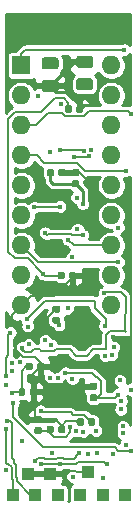
<source format=gbr>
G04 #@! TF.GenerationSoftware,KiCad,Pcbnew,5.1.5+dfsg1-2build2*
G04 #@! TF.CreationDate,2023-02-09T08:11:11+00:00*
G04 #@! TF.ProjectId,video-ram-replacement,76696465-6f2d-4726-916d-2d7265706c61,rev?*
G04 #@! TF.SameCoordinates,Original*
G04 #@! TF.FileFunction,Copper,L4,Bot*
G04 #@! TF.FilePolarity,Positive*
%FSLAX46Y46*%
G04 Gerber Fmt 4.6, Leading zero omitted, Abs format (unit mm)*
G04 Created by KiCad (PCBNEW 5.1.5+dfsg1-2build2) date 2023-02-09 08:11:11*
%MOMM*%
%LPD*%
G04 APERTURE LIST*
%ADD10R,1.000000X1.000000*%
%ADD11C,0.150000*%
%ADD12O,1.600000X1.600000*%
%ADD13R,1.600000X1.600000*%
%ADD14C,0.400000*%
%ADD15C,0.250000*%
%ADD16C,0.200000*%
%ADD17C,0.254000*%
G04 APERTURE END LIST*
D10*
X185166000Y-161163000D03*
X181991000Y-161290000D03*
X180721000Y-163068000D03*
X178816000Y-163068000D03*
X180086000Y-161290000D03*
X182626000Y-163068000D03*
X188341000Y-163068000D03*
X184531000Y-163068000D03*
X186436000Y-163068000D03*
G04 #@! TA.AperFunction,SMDPad,CuDef*
D11*
G36*
X181354722Y-151912874D02*
G01*
X181368313Y-151914890D01*
X181381640Y-151918228D01*
X181394576Y-151922857D01*
X181406996Y-151928731D01*
X181418780Y-151935794D01*
X181429815Y-151943979D01*
X181439995Y-151953205D01*
X181449221Y-151963385D01*
X181457406Y-151974420D01*
X181464469Y-151986204D01*
X181470343Y-151998624D01*
X181474972Y-152011560D01*
X181478310Y-152024887D01*
X181480326Y-152038478D01*
X181481000Y-152052200D01*
X181481000Y-152392200D01*
X181480326Y-152405922D01*
X181478310Y-152419513D01*
X181474972Y-152432840D01*
X181470343Y-152445776D01*
X181464469Y-152458196D01*
X181457406Y-152469980D01*
X181449221Y-152481015D01*
X181439995Y-152491195D01*
X181429815Y-152500421D01*
X181418780Y-152508606D01*
X181406996Y-152515669D01*
X181394576Y-152521543D01*
X181381640Y-152526172D01*
X181368313Y-152529510D01*
X181354722Y-152531526D01*
X181341000Y-152532200D01*
X181061000Y-152532200D01*
X181047278Y-152531526D01*
X181033687Y-152529510D01*
X181020360Y-152526172D01*
X181007424Y-152521543D01*
X180995004Y-152515669D01*
X180983220Y-152508606D01*
X180972185Y-152500421D01*
X180962005Y-152491195D01*
X180952779Y-152481015D01*
X180944594Y-152469980D01*
X180937531Y-152458196D01*
X180931657Y-152445776D01*
X180927028Y-152432840D01*
X180923690Y-152419513D01*
X180921674Y-152405922D01*
X180921000Y-152392200D01*
X180921000Y-152052200D01*
X180921674Y-152038478D01*
X180923690Y-152024887D01*
X180927028Y-152011560D01*
X180931657Y-151998624D01*
X180937531Y-151986204D01*
X180944594Y-151974420D01*
X180952779Y-151963385D01*
X180962005Y-151953205D01*
X180972185Y-151943979D01*
X180983220Y-151935794D01*
X180995004Y-151928731D01*
X181007424Y-151922857D01*
X181020360Y-151918228D01*
X181033687Y-151914890D01*
X181047278Y-151912874D01*
X181061000Y-151912200D01*
X181341000Y-151912200D01*
X181354722Y-151912874D01*
G37*
G04 #@! TD.AperFunction*
G04 #@! TA.AperFunction,SMDPad,CuDef*
G36*
X180394722Y-151912874D02*
G01*
X180408313Y-151914890D01*
X180421640Y-151918228D01*
X180434576Y-151922857D01*
X180446996Y-151928731D01*
X180458780Y-151935794D01*
X180469815Y-151943979D01*
X180479995Y-151953205D01*
X180489221Y-151963385D01*
X180497406Y-151974420D01*
X180504469Y-151986204D01*
X180510343Y-151998624D01*
X180514972Y-152011560D01*
X180518310Y-152024887D01*
X180520326Y-152038478D01*
X180521000Y-152052200D01*
X180521000Y-152392200D01*
X180520326Y-152405922D01*
X180518310Y-152419513D01*
X180514972Y-152432840D01*
X180510343Y-152445776D01*
X180504469Y-152458196D01*
X180497406Y-152469980D01*
X180489221Y-152481015D01*
X180479995Y-152491195D01*
X180469815Y-152500421D01*
X180458780Y-152508606D01*
X180446996Y-152515669D01*
X180434576Y-152521543D01*
X180421640Y-152526172D01*
X180408313Y-152529510D01*
X180394722Y-152531526D01*
X180381000Y-152532200D01*
X180101000Y-152532200D01*
X180087278Y-152531526D01*
X180073687Y-152529510D01*
X180060360Y-152526172D01*
X180047424Y-152521543D01*
X180035004Y-152515669D01*
X180023220Y-152508606D01*
X180012185Y-152500421D01*
X180002005Y-152491195D01*
X179992779Y-152481015D01*
X179984594Y-152469980D01*
X179977531Y-152458196D01*
X179971657Y-152445776D01*
X179967028Y-152432840D01*
X179963690Y-152419513D01*
X179961674Y-152405922D01*
X179961000Y-152392200D01*
X179961000Y-152052200D01*
X179961674Y-152038478D01*
X179963690Y-152024887D01*
X179967028Y-152011560D01*
X179971657Y-151998624D01*
X179977531Y-151986204D01*
X179984594Y-151974420D01*
X179992779Y-151963385D01*
X180002005Y-151953205D01*
X180012185Y-151943979D01*
X180023220Y-151935794D01*
X180035004Y-151928731D01*
X180047424Y-151922857D01*
X180060360Y-151918228D01*
X180073687Y-151914890D01*
X180087278Y-151912874D01*
X180101000Y-151912200D01*
X180381000Y-151912200D01*
X180394722Y-151912874D01*
G37*
G04 #@! TD.AperFunction*
G04 #@! TA.AperFunction,SMDPad,CuDef*
G36*
X182682722Y-147068674D02*
G01*
X182696313Y-147070690D01*
X182709640Y-147074028D01*
X182722576Y-147078657D01*
X182734996Y-147084531D01*
X182746780Y-147091594D01*
X182757815Y-147099779D01*
X182767995Y-147109005D01*
X182777221Y-147119185D01*
X182785406Y-147130220D01*
X182792469Y-147142004D01*
X182798343Y-147154424D01*
X182802972Y-147167360D01*
X182806310Y-147180687D01*
X182808326Y-147194278D01*
X182809000Y-147208000D01*
X182809000Y-147488000D01*
X182808326Y-147501722D01*
X182806310Y-147515313D01*
X182802972Y-147528640D01*
X182798343Y-147541576D01*
X182792469Y-147553996D01*
X182785406Y-147565780D01*
X182777221Y-147576815D01*
X182767995Y-147586995D01*
X182757815Y-147596221D01*
X182746780Y-147604406D01*
X182734996Y-147611469D01*
X182722576Y-147617343D01*
X182709640Y-147621972D01*
X182696313Y-147625310D01*
X182682722Y-147627326D01*
X182669000Y-147628000D01*
X182329000Y-147628000D01*
X182315278Y-147627326D01*
X182301687Y-147625310D01*
X182288360Y-147621972D01*
X182275424Y-147617343D01*
X182263004Y-147611469D01*
X182251220Y-147604406D01*
X182240185Y-147596221D01*
X182230005Y-147586995D01*
X182220779Y-147576815D01*
X182212594Y-147565780D01*
X182205531Y-147553996D01*
X182199657Y-147541576D01*
X182195028Y-147528640D01*
X182191690Y-147515313D01*
X182189674Y-147501722D01*
X182189000Y-147488000D01*
X182189000Y-147208000D01*
X182189674Y-147194278D01*
X182191690Y-147180687D01*
X182195028Y-147167360D01*
X182199657Y-147154424D01*
X182205531Y-147142004D01*
X182212594Y-147130220D01*
X182220779Y-147119185D01*
X182230005Y-147109005D01*
X182240185Y-147099779D01*
X182251220Y-147091594D01*
X182263004Y-147084531D01*
X182275424Y-147078657D01*
X182288360Y-147074028D01*
X182301687Y-147070690D01*
X182315278Y-147068674D01*
X182329000Y-147068000D01*
X182669000Y-147068000D01*
X182682722Y-147068674D01*
G37*
G04 #@! TD.AperFunction*
G04 #@! TA.AperFunction,SMDPad,CuDef*
G36*
X182682722Y-148028674D02*
G01*
X182696313Y-148030690D01*
X182709640Y-148034028D01*
X182722576Y-148038657D01*
X182734996Y-148044531D01*
X182746780Y-148051594D01*
X182757815Y-148059779D01*
X182767995Y-148069005D01*
X182777221Y-148079185D01*
X182785406Y-148090220D01*
X182792469Y-148102004D01*
X182798343Y-148114424D01*
X182802972Y-148127360D01*
X182806310Y-148140687D01*
X182808326Y-148154278D01*
X182809000Y-148168000D01*
X182809000Y-148448000D01*
X182808326Y-148461722D01*
X182806310Y-148475313D01*
X182802972Y-148488640D01*
X182798343Y-148501576D01*
X182792469Y-148513996D01*
X182785406Y-148525780D01*
X182777221Y-148536815D01*
X182767995Y-148546995D01*
X182757815Y-148556221D01*
X182746780Y-148564406D01*
X182734996Y-148571469D01*
X182722576Y-148577343D01*
X182709640Y-148581972D01*
X182696313Y-148585310D01*
X182682722Y-148587326D01*
X182669000Y-148588000D01*
X182329000Y-148588000D01*
X182315278Y-148587326D01*
X182301687Y-148585310D01*
X182288360Y-148581972D01*
X182275424Y-148577343D01*
X182263004Y-148571469D01*
X182251220Y-148564406D01*
X182240185Y-148556221D01*
X182230005Y-148546995D01*
X182220779Y-148536815D01*
X182212594Y-148525780D01*
X182205531Y-148513996D01*
X182199657Y-148501576D01*
X182195028Y-148488640D01*
X182191690Y-148475313D01*
X182189674Y-148461722D01*
X182189000Y-148448000D01*
X182189000Y-148168000D01*
X182189674Y-148154278D01*
X182191690Y-148140687D01*
X182195028Y-148127360D01*
X182199657Y-148114424D01*
X182205531Y-148102004D01*
X182212594Y-148090220D01*
X182220779Y-148079185D01*
X182230005Y-148069005D01*
X182240185Y-148059779D01*
X182251220Y-148051594D01*
X182263004Y-148044531D01*
X182275424Y-148038657D01*
X182288360Y-148034028D01*
X182301687Y-148030690D01*
X182315278Y-148028674D01*
X182329000Y-148028000D01*
X182669000Y-148028000D01*
X182682722Y-148028674D01*
G37*
G04 #@! TD.AperFunction*
D12*
X187176000Y-126732000D03*
X179556000Y-147052000D03*
X187176000Y-129272000D03*
X179556000Y-144512000D03*
X187176000Y-131812000D03*
X179556000Y-141972000D03*
X187176000Y-134352000D03*
X179556000Y-139432000D03*
X187176000Y-136892000D03*
X179556000Y-136892000D03*
X187176000Y-139432000D03*
X179556000Y-134352000D03*
X187176000Y-141972000D03*
X179556000Y-131812000D03*
X187176000Y-144512000D03*
X179556000Y-129272000D03*
X187176000Y-147052000D03*
D13*
X179556000Y-126732000D03*
G04 #@! TA.AperFunction,SMDPad,CuDef*
D11*
G36*
X185411504Y-125932204D02*
G01*
X185435773Y-125935804D01*
X185459571Y-125941765D01*
X185482671Y-125950030D01*
X185504849Y-125960520D01*
X185525893Y-125973133D01*
X185545598Y-125987747D01*
X185563777Y-126004223D01*
X185580253Y-126022402D01*
X185594867Y-126042107D01*
X185607480Y-126063151D01*
X185617970Y-126085329D01*
X185626235Y-126108429D01*
X185632196Y-126132227D01*
X185635796Y-126156496D01*
X185637000Y-126181000D01*
X185637000Y-126681000D01*
X185635796Y-126705504D01*
X185632196Y-126729773D01*
X185626235Y-126753571D01*
X185617970Y-126776671D01*
X185607480Y-126798849D01*
X185594867Y-126819893D01*
X185580253Y-126839598D01*
X185563777Y-126857777D01*
X185545598Y-126874253D01*
X185525893Y-126888867D01*
X185504849Y-126901480D01*
X185482671Y-126911970D01*
X185459571Y-126920235D01*
X185435773Y-126926196D01*
X185411504Y-126929796D01*
X185387000Y-126931000D01*
X184437000Y-126931000D01*
X184412496Y-126929796D01*
X184388227Y-126926196D01*
X184364429Y-126920235D01*
X184341329Y-126911970D01*
X184319151Y-126901480D01*
X184298107Y-126888867D01*
X184278402Y-126874253D01*
X184260223Y-126857777D01*
X184243747Y-126839598D01*
X184229133Y-126819893D01*
X184216520Y-126798849D01*
X184206030Y-126776671D01*
X184197765Y-126753571D01*
X184191804Y-126729773D01*
X184188204Y-126705504D01*
X184187000Y-126681000D01*
X184187000Y-126181000D01*
X184188204Y-126156496D01*
X184191804Y-126132227D01*
X184197765Y-126108429D01*
X184206030Y-126085329D01*
X184216520Y-126063151D01*
X184229133Y-126042107D01*
X184243747Y-126022402D01*
X184260223Y-126004223D01*
X184278402Y-125987747D01*
X184298107Y-125973133D01*
X184319151Y-125960520D01*
X184341329Y-125950030D01*
X184364429Y-125941765D01*
X184388227Y-125935804D01*
X184412496Y-125932204D01*
X184437000Y-125931000D01*
X185387000Y-125931000D01*
X185411504Y-125932204D01*
G37*
G04 #@! TD.AperFunction*
G04 #@! TA.AperFunction,SMDPad,CuDef*
G36*
X185411504Y-127832204D02*
G01*
X185435773Y-127835804D01*
X185459571Y-127841765D01*
X185482671Y-127850030D01*
X185504849Y-127860520D01*
X185525893Y-127873133D01*
X185545598Y-127887747D01*
X185563777Y-127904223D01*
X185580253Y-127922402D01*
X185594867Y-127942107D01*
X185607480Y-127963151D01*
X185617970Y-127985329D01*
X185626235Y-128008429D01*
X185632196Y-128032227D01*
X185635796Y-128056496D01*
X185637000Y-128081000D01*
X185637000Y-128581000D01*
X185635796Y-128605504D01*
X185632196Y-128629773D01*
X185626235Y-128653571D01*
X185617970Y-128676671D01*
X185607480Y-128698849D01*
X185594867Y-128719893D01*
X185580253Y-128739598D01*
X185563777Y-128757777D01*
X185545598Y-128774253D01*
X185525893Y-128788867D01*
X185504849Y-128801480D01*
X185482671Y-128811970D01*
X185459571Y-128820235D01*
X185435773Y-128826196D01*
X185411504Y-128829796D01*
X185387000Y-128831000D01*
X184437000Y-128831000D01*
X184412496Y-128829796D01*
X184388227Y-128826196D01*
X184364429Y-128820235D01*
X184341329Y-128811970D01*
X184319151Y-128801480D01*
X184298107Y-128788867D01*
X184278402Y-128774253D01*
X184260223Y-128757777D01*
X184243747Y-128739598D01*
X184229133Y-128719893D01*
X184216520Y-128698849D01*
X184206030Y-128676671D01*
X184197765Y-128653571D01*
X184191804Y-128629773D01*
X184188204Y-128605504D01*
X184187000Y-128581000D01*
X184187000Y-128081000D01*
X184188204Y-128056496D01*
X184191804Y-128032227D01*
X184197765Y-128008429D01*
X184206030Y-127985329D01*
X184216520Y-127963151D01*
X184229133Y-127942107D01*
X184243747Y-127922402D01*
X184260223Y-127904223D01*
X184278402Y-127887747D01*
X184298107Y-127873133D01*
X184319151Y-127860520D01*
X184341329Y-127850030D01*
X184364429Y-127841765D01*
X184388227Y-127835804D01*
X184412496Y-127832204D01*
X184437000Y-127831000D01*
X185387000Y-127831000D01*
X185411504Y-127832204D01*
G37*
G04 #@! TD.AperFunction*
G04 #@! TA.AperFunction,SMDPad,CuDef*
G36*
X182490504Y-127959204D02*
G01*
X182514773Y-127962804D01*
X182538571Y-127968765D01*
X182561671Y-127977030D01*
X182583849Y-127987520D01*
X182604893Y-128000133D01*
X182624598Y-128014747D01*
X182642777Y-128031223D01*
X182659253Y-128049402D01*
X182673867Y-128069107D01*
X182686480Y-128090151D01*
X182696970Y-128112329D01*
X182705235Y-128135429D01*
X182711196Y-128159227D01*
X182714796Y-128183496D01*
X182716000Y-128208000D01*
X182716000Y-128708000D01*
X182714796Y-128732504D01*
X182711196Y-128756773D01*
X182705235Y-128780571D01*
X182696970Y-128803671D01*
X182686480Y-128825849D01*
X182673867Y-128846893D01*
X182659253Y-128866598D01*
X182642777Y-128884777D01*
X182624598Y-128901253D01*
X182604893Y-128915867D01*
X182583849Y-128928480D01*
X182561671Y-128938970D01*
X182538571Y-128947235D01*
X182514773Y-128953196D01*
X182490504Y-128956796D01*
X182466000Y-128958000D01*
X181516000Y-128958000D01*
X181491496Y-128956796D01*
X181467227Y-128953196D01*
X181443429Y-128947235D01*
X181420329Y-128938970D01*
X181398151Y-128928480D01*
X181377107Y-128915867D01*
X181357402Y-128901253D01*
X181339223Y-128884777D01*
X181322747Y-128866598D01*
X181308133Y-128846893D01*
X181295520Y-128825849D01*
X181285030Y-128803671D01*
X181276765Y-128780571D01*
X181270804Y-128756773D01*
X181267204Y-128732504D01*
X181266000Y-128708000D01*
X181266000Y-128208000D01*
X181267204Y-128183496D01*
X181270804Y-128159227D01*
X181276765Y-128135429D01*
X181285030Y-128112329D01*
X181295520Y-128090151D01*
X181308133Y-128069107D01*
X181322747Y-128049402D01*
X181339223Y-128031223D01*
X181357402Y-128014747D01*
X181377107Y-128000133D01*
X181398151Y-127987520D01*
X181420329Y-127977030D01*
X181443429Y-127968765D01*
X181467227Y-127962804D01*
X181491496Y-127959204D01*
X181516000Y-127958000D01*
X182466000Y-127958000D01*
X182490504Y-127959204D01*
G37*
G04 #@! TD.AperFunction*
G04 #@! TA.AperFunction,SMDPad,CuDef*
G36*
X182490504Y-126059204D02*
G01*
X182514773Y-126062804D01*
X182538571Y-126068765D01*
X182561671Y-126077030D01*
X182583849Y-126087520D01*
X182604893Y-126100133D01*
X182624598Y-126114747D01*
X182642777Y-126131223D01*
X182659253Y-126149402D01*
X182673867Y-126169107D01*
X182686480Y-126190151D01*
X182696970Y-126212329D01*
X182705235Y-126235429D01*
X182711196Y-126259227D01*
X182714796Y-126283496D01*
X182716000Y-126308000D01*
X182716000Y-126808000D01*
X182714796Y-126832504D01*
X182711196Y-126856773D01*
X182705235Y-126880571D01*
X182696970Y-126903671D01*
X182686480Y-126925849D01*
X182673867Y-126946893D01*
X182659253Y-126966598D01*
X182642777Y-126984777D01*
X182624598Y-127001253D01*
X182604893Y-127015867D01*
X182583849Y-127028480D01*
X182561671Y-127038970D01*
X182538571Y-127047235D01*
X182514773Y-127053196D01*
X182490504Y-127056796D01*
X182466000Y-127058000D01*
X181516000Y-127058000D01*
X181491496Y-127056796D01*
X181467227Y-127053196D01*
X181443429Y-127047235D01*
X181420329Y-127038970D01*
X181398151Y-127028480D01*
X181377107Y-127015867D01*
X181357402Y-127001253D01*
X181339223Y-126984777D01*
X181322747Y-126966598D01*
X181308133Y-126946893D01*
X181295520Y-126925849D01*
X181285030Y-126903671D01*
X181276765Y-126880571D01*
X181270804Y-126856773D01*
X181267204Y-126832504D01*
X181266000Y-126808000D01*
X181266000Y-126308000D01*
X181267204Y-126283496D01*
X181270804Y-126259227D01*
X181276765Y-126235429D01*
X181285030Y-126212329D01*
X181295520Y-126190151D01*
X181308133Y-126169107D01*
X181322747Y-126149402D01*
X181339223Y-126131223D01*
X181357402Y-126114747D01*
X181377107Y-126100133D01*
X181398151Y-126087520D01*
X181420329Y-126077030D01*
X181443429Y-126068765D01*
X181467227Y-126062804D01*
X181491496Y-126059204D01*
X181516000Y-126058000D01*
X182466000Y-126058000D01*
X182490504Y-126059204D01*
G37*
G04 #@! TD.AperFunction*
G04 #@! TA.AperFunction,SMDPad,CuDef*
G36*
X185857722Y-153621874D02*
G01*
X185871313Y-153623890D01*
X185884640Y-153627228D01*
X185897576Y-153631857D01*
X185909996Y-153637731D01*
X185921780Y-153644794D01*
X185932815Y-153652979D01*
X185942995Y-153662205D01*
X185952221Y-153672385D01*
X185960406Y-153683420D01*
X185967469Y-153695204D01*
X185973343Y-153707624D01*
X185977972Y-153720560D01*
X185981310Y-153733887D01*
X185983326Y-153747478D01*
X185984000Y-153761200D01*
X185984000Y-154041200D01*
X185983326Y-154054922D01*
X185981310Y-154068513D01*
X185977972Y-154081840D01*
X185973343Y-154094776D01*
X185967469Y-154107196D01*
X185960406Y-154118980D01*
X185952221Y-154130015D01*
X185942995Y-154140195D01*
X185932815Y-154149421D01*
X185921780Y-154157606D01*
X185909996Y-154164669D01*
X185897576Y-154170543D01*
X185884640Y-154175172D01*
X185871313Y-154178510D01*
X185857722Y-154180526D01*
X185844000Y-154181200D01*
X185504000Y-154181200D01*
X185490278Y-154180526D01*
X185476687Y-154178510D01*
X185463360Y-154175172D01*
X185450424Y-154170543D01*
X185438004Y-154164669D01*
X185426220Y-154157606D01*
X185415185Y-154149421D01*
X185405005Y-154140195D01*
X185395779Y-154130015D01*
X185387594Y-154118980D01*
X185380531Y-154107196D01*
X185374657Y-154094776D01*
X185370028Y-154081840D01*
X185366690Y-154068513D01*
X185364674Y-154054922D01*
X185364000Y-154041200D01*
X185364000Y-153761200D01*
X185364674Y-153747478D01*
X185366690Y-153733887D01*
X185370028Y-153720560D01*
X185374657Y-153707624D01*
X185380531Y-153695204D01*
X185387594Y-153683420D01*
X185395779Y-153672385D01*
X185405005Y-153662205D01*
X185415185Y-153652979D01*
X185426220Y-153644794D01*
X185438004Y-153637731D01*
X185450424Y-153631857D01*
X185463360Y-153627228D01*
X185476687Y-153623890D01*
X185490278Y-153621874D01*
X185504000Y-153621200D01*
X185844000Y-153621200D01*
X185857722Y-153621874D01*
G37*
G04 #@! TD.AperFunction*
G04 #@! TA.AperFunction,SMDPad,CuDef*
G36*
X185857722Y-154581874D02*
G01*
X185871313Y-154583890D01*
X185884640Y-154587228D01*
X185897576Y-154591857D01*
X185909996Y-154597731D01*
X185921780Y-154604794D01*
X185932815Y-154612979D01*
X185942995Y-154622205D01*
X185952221Y-154632385D01*
X185960406Y-154643420D01*
X185967469Y-154655204D01*
X185973343Y-154667624D01*
X185977972Y-154680560D01*
X185981310Y-154693887D01*
X185983326Y-154707478D01*
X185984000Y-154721200D01*
X185984000Y-155001200D01*
X185983326Y-155014922D01*
X185981310Y-155028513D01*
X185977972Y-155041840D01*
X185973343Y-155054776D01*
X185967469Y-155067196D01*
X185960406Y-155078980D01*
X185952221Y-155090015D01*
X185942995Y-155100195D01*
X185932815Y-155109421D01*
X185921780Y-155117606D01*
X185909996Y-155124669D01*
X185897576Y-155130543D01*
X185884640Y-155135172D01*
X185871313Y-155138510D01*
X185857722Y-155140526D01*
X185844000Y-155141200D01*
X185504000Y-155141200D01*
X185490278Y-155140526D01*
X185476687Y-155138510D01*
X185463360Y-155135172D01*
X185450424Y-155130543D01*
X185438004Y-155124669D01*
X185426220Y-155117606D01*
X185415185Y-155109421D01*
X185405005Y-155100195D01*
X185395779Y-155090015D01*
X185387594Y-155078980D01*
X185380531Y-155067196D01*
X185374657Y-155054776D01*
X185370028Y-155041840D01*
X185366690Y-155028513D01*
X185364674Y-155014922D01*
X185364000Y-155001200D01*
X185364000Y-154721200D01*
X185364674Y-154707478D01*
X185366690Y-154693887D01*
X185370028Y-154680560D01*
X185374657Y-154667624D01*
X185380531Y-154655204D01*
X185387594Y-154643420D01*
X185395779Y-154632385D01*
X185405005Y-154622205D01*
X185415185Y-154612979D01*
X185426220Y-154604794D01*
X185438004Y-154597731D01*
X185450424Y-154591857D01*
X185463360Y-154587228D01*
X185476687Y-154583890D01*
X185490278Y-154581874D01*
X185504000Y-154581200D01*
X185844000Y-154581200D01*
X185857722Y-154581874D01*
G37*
G04 #@! TD.AperFunction*
G04 #@! TA.AperFunction,SMDPad,CuDef*
G36*
X184656722Y-130119674D02*
G01*
X184670313Y-130121690D01*
X184683640Y-130125028D01*
X184696576Y-130129657D01*
X184708996Y-130135531D01*
X184720780Y-130142594D01*
X184731815Y-130150779D01*
X184741995Y-130160005D01*
X184751221Y-130170185D01*
X184759406Y-130181220D01*
X184766469Y-130193004D01*
X184772343Y-130205424D01*
X184776972Y-130218360D01*
X184780310Y-130231687D01*
X184782326Y-130245278D01*
X184783000Y-130259000D01*
X184783000Y-130599000D01*
X184782326Y-130612722D01*
X184780310Y-130626313D01*
X184776972Y-130639640D01*
X184772343Y-130652576D01*
X184766469Y-130664996D01*
X184759406Y-130676780D01*
X184751221Y-130687815D01*
X184741995Y-130697995D01*
X184731815Y-130707221D01*
X184720780Y-130715406D01*
X184708996Y-130722469D01*
X184696576Y-130728343D01*
X184683640Y-130732972D01*
X184670313Y-130736310D01*
X184656722Y-130738326D01*
X184643000Y-130739000D01*
X184363000Y-130739000D01*
X184349278Y-130738326D01*
X184335687Y-130736310D01*
X184322360Y-130732972D01*
X184309424Y-130728343D01*
X184297004Y-130722469D01*
X184285220Y-130715406D01*
X184274185Y-130707221D01*
X184264005Y-130697995D01*
X184254779Y-130687815D01*
X184246594Y-130676780D01*
X184239531Y-130664996D01*
X184233657Y-130652576D01*
X184229028Y-130639640D01*
X184225690Y-130626313D01*
X184223674Y-130612722D01*
X184223000Y-130599000D01*
X184223000Y-130259000D01*
X184223674Y-130245278D01*
X184225690Y-130231687D01*
X184229028Y-130218360D01*
X184233657Y-130205424D01*
X184239531Y-130193004D01*
X184246594Y-130181220D01*
X184254779Y-130170185D01*
X184264005Y-130160005D01*
X184274185Y-130150779D01*
X184285220Y-130142594D01*
X184297004Y-130135531D01*
X184309424Y-130129657D01*
X184322360Y-130125028D01*
X184335687Y-130121690D01*
X184349278Y-130119674D01*
X184363000Y-130119000D01*
X184643000Y-130119000D01*
X184656722Y-130119674D01*
G37*
G04 #@! TD.AperFunction*
G04 #@! TA.AperFunction,SMDPad,CuDef*
G36*
X183696722Y-130119674D02*
G01*
X183710313Y-130121690D01*
X183723640Y-130125028D01*
X183736576Y-130129657D01*
X183748996Y-130135531D01*
X183760780Y-130142594D01*
X183771815Y-130150779D01*
X183781995Y-130160005D01*
X183791221Y-130170185D01*
X183799406Y-130181220D01*
X183806469Y-130193004D01*
X183812343Y-130205424D01*
X183816972Y-130218360D01*
X183820310Y-130231687D01*
X183822326Y-130245278D01*
X183823000Y-130259000D01*
X183823000Y-130599000D01*
X183822326Y-130612722D01*
X183820310Y-130626313D01*
X183816972Y-130639640D01*
X183812343Y-130652576D01*
X183806469Y-130664996D01*
X183799406Y-130676780D01*
X183791221Y-130687815D01*
X183781995Y-130697995D01*
X183771815Y-130707221D01*
X183760780Y-130715406D01*
X183748996Y-130722469D01*
X183736576Y-130728343D01*
X183723640Y-130732972D01*
X183710313Y-130736310D01*
X183696722Y-130738326D01*
X183683000Y-130739000D01*
X183403000Y-130739000D01*
X183389278Y-130738326D01*
X183375687Y-130736310D01*
X183362360Y-130732972D01*
X183349424Y-130728343D01*
X183337004Y-130722469D01*
X183325220Y-130715406D01*
X183314185Y-130707221D01*
X183304005Y-130697995D01*
X183294779Y-130687815D01*
X183286594Y-130676780D01*
X183279531Y-130664996D01*
X183273657Y-130652576D01*
X183269028Y-130639640D01*
X183265690Y-130626313D01*
X183263674Y-130612722D01*
X183263000Y-130599000D01*
X183263000Y-130259000D01*
X183263674Y-130245278D01*
X183265690Y-130231687D01*
X183269028Y-130218360D01*
X183273657Y-130205424D01*
X183279531Y-130193004D01*
X183286594Y-130181220D01*
X183294779Y-130170185D01*
X183304005Y-130160005D01*
X183314185Y-130150779D01*
X183325220Y-130142594D01*
X183337004Y-130135531D01*
X183349424Y-130129657D01*
X183362360Y-130125028D01*
X183375687Y-130121690D01*
X183389278Y-130119674D01*
X183403000Y-130119000D01*
X183683000Y-130119000D01*
X183696722Y-130119674D01*
G37*
G04 #@! TD.AperFunction*
G04 #@! TA.AperFunction,SMDPad,CuDef*
G36*
X184712722Y-156611874D02*
G01*
X184726313Y-156613890D01*
X184739640Y-156617228D01*
X184752576Y-156621857D01*
X184764996Y-156627731D01*
X184776780Y-156634794D01*
X184787815Y-156642979D01*
X184797995Y-156652205D01*
X184807221Y-156662385D01*
X184815406Y-156673420D01*
X184822469Y-156685204D01*
X184828343Y-156697624D01*
X184832972Y-156710560D01*
X184836310Y-156723887D01*
X184838326Y-156737478D01*
X184839000Y-156751200D01*
X184839000Y-157091200D01*
X184838326Y-157104922D01*
X184836310Y-157118513D01*
X184832972Y-157131840D01*
X184828343Y-157144776D01*
X184822469Y-157157196D01*
X184815406Y-157168980D01*
X184807221Y-157180015D01*
X184797995Y-157190195D01*
X184787815Y-157199421D01*
X184776780Y-157207606D01*
X184764996Y-157214669D01*
X184752576Y-157220543D01*
X184739640Y-157225172D01*
X184726313Y-157228510D01*
X184712722Y-157230526D01*
X184699000Y-157231200D01*
X184419000Y-157231200D01*
X184405278Y-157230526D01*
X184391687Y-157228510D01*
X184378360Y-157225172D01*
X184365424Y-157220543D01*
X184353004Y-157214669D01*
X184341220Y-157207606D01*
X184330185Y-157199421D01*
X184320005Y-157190195D01*
X184310779Y-157180015D01*
X184302594Y-157168980D01*
X184295531Y-157157196D01*
X184289657Y-157144776D01*
X184285028Y-157131840D01*
X184281690Y-157118513D01*
X184279674Y-157104922D01*
X184279000Y-157091200D01*
X184279000Y-156751200D01*
X184279674Y-156737478D01*
X184281690Y-156723887D01*
X184285028Y-156710560D01*
X184289657Y-156697624D01*
X184295531Y-156685204D01*
X184302594Y-156673420D01*
X184310779Y-156662385D01*
X184320005Y-156652205D01*
X184330185Y-156642979D01*
X184341220Y-156634794D01*
X184353004Y-156627731D01*
X184365424Y-156621857D01*
X184378360Y-156617228D01*
X184391687Y-156613890D01*
X184405278Y-156611874D01*
X184419000Y-156611200D01*
X184699000Y-156611200D01*
X184712722Y-156611874D01*
G37*
G04 #@! TD.AperFunction*
G04 #@! TA.AperFunction,SMDPad,CuDef*
G36*
X185672722Y-156611874D02*
G01*
X185686313Y-156613890D01*
X185699640Y-156617228D01*
X185712576Y-156621857D01*
X185724996Y-156627731D01*
X185736780Y-156634794D01*
X185747815Y-156642979D01*
X185757995Y-156652205D01*
X185767221Y-156662385D01*
X185775406Y-156673420D01*
X185782469Y-156685204D01*
X185788343Y-156697624D01*
X185792972Y-156710560D01*
X185796310Y-156723887D01*
X185798326Y-156737478D01*
X185799000Y-156751200D01*
X185799000Y-157091200D01*
X185798326Y-157104922D01*
X185796310Y-157118513D01*
X185792972Y-157131840D01*
X185788343Y-157144776D01*
X185782469Y-157157196D01*
X185775406Y-157168980D01*
X185767221Y-157180015D01*
X185757995Y-157190195D01*
X185747815Y-157199421D01*
X185736780Y-157207606D01*
X185724996Y-157214669D01*
X185712576Y-157220543D01*
X185699640Y-157225172D01*
X185686313Y-157228510D01*
X185672722Y-157230526D01*
X185659000Y-157231200D01*
X185379000Y-157231200D01*
X185365278Y-157230526D01*
X185351687Y-157228510D01*
X185338360Y-157225172D01*
X185325424Y-157220543D01*
X185313004Y-157214669D01*
X185301220Y-157207606D01*
X185290185Y-157199421D01*
X185280005Y-157190195D01*
X185270779Y-157180015D01*
X185262594Y-157168980D01*
X185255531Y-157157196D01*
X185249657Y-157144776D01*
X185245028Y-157131840D01*
X185241690Y-157118513D01*
X185239674Y-157104922D01*
X185239000Y-157091200D01*
X185239000Y-156751200D01*
X185239674Y-156737478D01*
X185241690Y-156723887D01*
X185245028Y-156710560D01*
X185249657Y-156697624D01*
X185255531Y-156685204D01*
X185262594Y-156673420D01*
X185270779Y-156662385D01*
X185280005Y-156652205D01*
X185290185Y-156642979D01*
X185301220Y-156634794D01*
X185313004Y-156627731D01*
X185325424Y-156621857D01*
X185338360Y-156617228D01*
X185351687Y-156613890D01*
X185365278Y-156611874D01*
X185379000Y-156611200D01*
X185659000Y-156611200D01*
X185672722Y-156611874D01*
G37*
G04 #@! TD.AperFunction*
G04 #@! TA.AperFunction,SMDPad,CuDef*
G36*
X184049722Y-144216674D02*
G01*
X184063313Y-144218690D01*
X184076640Y-144222028D01*
X184089576Y-144226657D01*
X184101996Y-144232531D01*
X184113780Y-144239594D01*
X184124815Y-144247779D01*
X184134995Y-144257005D01*
X184144221Y-144267185D01*
X184152406Y-144278220D01*
X184159469Y-144290004D01*
X184165343Y-144302424D01*
X184169972Y-144315360D01*
X184173310Y-144328687D01*
X184175326Y-144342278D01*
X184176000Y-144356000D01*
X184176000Y-144696000D01*
X184175326Y-144709722D01*
X184173310Y-144723313D01*
X184169972Y-144736640D01*
X184165343Y-144749576D01*
X184159469Y-144761996D01*
X184152406Y-144773780D01*
X184144221Y-144784815D01*
X184134995Y-144794995D01*
X184124815Y-144804221D01*
X184113780Y-144812406D01*
X184101996Y-144819469D01*
X184089576Y-144825343D01*
X184076640Y-144829972D01*
X184063313Y-144833310D01*
X184049722Y-144835326D01*
X184036000Y-144836000D01*
X183756000Y-144836000D01*
X183742278Y-144835326D01*
X183728687Y-144833310D01*
X183715360Y-144829972D01*
X183702424Y-144825343D01*
X183690004Y-144819469D01*
X183678220Y-144812406D01*
X183667185Y-144804221D01*
X183657005Y-144794995D01*
X183647779Y-144784815D01*
X183639594Y-144773780D01*
X183632531Y-144761996D01*
X183626657Y-144749576D01*
X183622028Y-144736640D01*
X183618690Y-144723313D01*
X183616674Y-144709722D01*
X183616000Y-144696000D01*
X183616000Y-144356000D01*
X183616674Y-144342278D01*
X183618690Y-144328687D01*
X183622028Y-144315360D01*
X183626657Y-144302424D01*
X183632531Y-144290004D01*
X183639594Y-144278220D01*
X183647779Y-144267185D01*
X183657005Y-144257005D01*
X183667185Y-144247779D01*
X183678220Y-144239594D01*
X183690004Y-144232531D01*
X183702424Y-144226657D01*
X183715360Y-144222028D01*
X183728687Y-144218690D01*
X183742278Y-144216674D01*
X183756000Y-144216000D01*
X184036000Y-144216000D01*
X184049722Y-144216674D01*
G37*
G04 #@! TD.AperFunction*
G04 #@! TA.AperFunction,SMDPad,CuDef*
G36*
X183089722Y-144216674D02*
G01*
X183103313Y-144218690D01*
X183116640Y-144222028D01*
X183129576Y-144226657D01*
X183141996Y-144232531D01*
X183153780Y-144239594D01*
X183164815Y-144247779D01*
X183174995Y-144257005D01*
X183184221Y-144267185D01*
X183192406Y-144278220D01*
X183199469Y-144290004D01*
X183205343Y-144302424D01*
X183209972Y-144315360D01*
X183213310Y-144328687D01*
X183215326Y-144342278D01*
X183216000Y-144356000D01*
X183216000Y-144696000D01*
X183215326Y-144709722D01*
X183213310Y-144723313D01*
X183209972Y-144736640D01*
X183205343Y-144749576D01*
X183199469Y-144761996D01*
X183192406Y-144773780D01*
X183184221Y-144784815D01*
X183174995Y-144794995D01*
X183164815Y-144804221D01*
X183153780Y-144812406D01*
X183141996Y-144819469D01*
X183129576Y-144825343D01*
X183116640Y-144829972D01*
X183103313Y-144833310D01*
X183089722Y-144835326D01*
X183076000Y-144836000D01*
X182796000Y-144836000D01*
X182782278Y-144835326D01*
X182768687Y-144833310D01*
X182755360Y-144829972D01*
X182742424Y-144825343D01*
X182730004Y-144819469D01*
X182718220Y-144812406D01*
X182707185Y-144804221D01*
X182697005Y-144794995D01*
X182687779Y-144784815D01*
X182679594Y-144773780D01*
X182672531Y-144761996D01*
X182666657Y-144749576D01*
X182662028Y-144736640D01*
X182658690Y-144723313D01*
X182656674Y-144709722D01*
X182656000Y-144696000D01*
X182656000Y-144356000D01*
X182656674Y-144342278D01*
X182658690Y-144328687D01*
X182662028Y-144315360D01*
X182666657Y-144302424D01*
X182672531Y-144290004D01*
X182679594Y-144278220D01*
X182687779Y-144267185D01*
X182697005Y-144257005D01*
X182707185Y-144247779D01*
X182718220Y-144239594D01*
X182730004Y-144232531D01*
X182742424Y-144226657D01*
X182755360Y-144222028D01*
X182768687Y-144218690D01*
X182782278Y-144216674D01*
X182796000Y-144216000D01*
X183076000Y-144216000D01*
X183089722Y-144216674D01*
G37*
G04 #@! TD.AperFunction*
G04 #@! TA.AperFunction,SMDPad,CuDef*
G36*
X183132722Y-135504474D02*
G01*
X183146313Y-135506490D01*
X183159640Y-135509828D01*
X183172576Y-135514457D01*
X183184996Y-135520331D01*
X183196780Y-135527394D01*
X183207815Y-135535579D01*
X183217995Y-135544805D01*
X183227221Y-135554985D01*
X183235406Y-135566020D01*
X183242469Y-135577804D01*
X183248343Y-135590224D01*
X183252972Y-135603160D01*
X183256310Y-135616487D01*
X183258326Y-135630078D01*
X183259000Y-135643800D01*
X183259000Y-135983800D01*
X183258326Y-135997522D01*
X183256310Y-136011113D01*
X183252972Y-136024440D01*
X183248343Y-136037376D01*
X183242469Y-136049796D01*
X183235406Y-136061580D01*
X183227221Y-136072615D01*
X183217995Y-136082795D01*
X183207815Y-136092021D01*
X183196780Y-136100206D01*
X183184996Y-136107269D01*
X183172576Y-136113143D01*
X183159640Y-136117772D01*
X183146313Y-136121110D01*
X183132722Y-136123126D01*
X183119000Y-136123800D01*
X182839000Y-136123800D01*
X182825278Y-136123126D01*
X182811687Y-136121110D01*
X182798360Y-136117772D01*
X182785424Y-136113143D01*
X182773004Y-136107269D01*
X182761220Y-136100206D01*
X182750185Y-136092021D01*
X182740005Y-136082795D01*
X182730779Y-136072615D01*
X182722594Y-136061580D01*
X182715531Y-136049796D01*
X182709657Y-136037376D01*
X182705028Y-136024440D01*
X182701690Y-136011113D01*
X182699674Y-135997522D01*
X182699000Y-135983800D01*
X182699000Y-135643800D01*
X182699674Y-135630078D01*
X182701690Y-135616487D01*
X182705028Y-135603160D01*
X182709657Y-135590224D01*
X182715531Y-135577804D01*
X182722594Y-135566020D01*
X182730779Y-135554985D01*
X182740005Y-135544805D01*
X182750185Y-135535579D01*
X182761220Y-135527394D01*
X182773004Y-135520331D01*
X182785424Y-135514457D01*
X182798360Y-135509828D01*
X182811687Y-135506490D01*
X182825278Y-135504474D01*
X182839000Y-135503800D01*
X183119000Y-135503800D01*
X183132722Y-135504474D01*
G37*
G04 #@! TD.AperFunction*
G04 #@! TA.AperFunction,SMDPad,CuDef*
G36*
X182172722Y-135504474D02*
G01*
X182186313Y-135506490D01*
X182199640Y-135509828D01*
X182212576Y-135514457D01*
X182224996Y-135520331D01*
X182236780Y-135527394D01*
X182247815Y-135535579D01*
X182257995Y-135544805D01*
X182267221Y-135554985D01*
X182275406Y-135566020D01*
X182282469Y-135577804D01*
X182288343Y-135590224D01*
X182292972Y-135603160D01*
X182296310Y-135616487D01*
X182298326Y-135630078D01*
X182299000Y-135643800D01*
X182299000Y-135983800D01*
X182298326Y-135997522D01*
X182296310Y-136011113D01*
X182292972Y-136024440D01*
X182288343Y-136037376D01*
X182282469Y-136049796D01*
X182275406Y-136061580D01*
X182267221Y-136072615D01*
X182257995Y-136082795D01*
X182247815Y-136092021D01*
X182236780Y-136100206D01*
X182224996Y-136107269D01*
X182212576Y-136113143D01*
X182199640Y-136117772D01*
X182186313Y-136121110D01*
X182172722Y-136123126D01*
X182159000Y-136123800D01*
X181879000Y-136123800D01*
X181865278Y-136123126D01*
X181851687Y-136121110D01*
X181838360Y-136117772D01*
X181825424Y-136113143D01*
X181813004Y-136107269D01*
X181801220Y-136100206D01*
X181790185Y-136092021D01*
X181780005Y-136082795D01*
X181770779Y-136072615D01*
X181762594Y-136061580D01*
X181755531Y-136049796D01*
X181749657Y-136037376D01*
X181745028Y-136024440D01*
X181741690Y-136011113D01*
X181739674Y-135997522D01*
X181739000Y-135983800D01*
X181739000Y-135643800D01*
X181739674Y-135630078D01*
X181741690Y-135616487D01*
X181745028Y-135603160D01*
X181749657Y-135590224D01*
X181755531Y-135577804D01*
X181762594Y-135566020D01*
X181770779Y-135554985D01*
X181780005Y-135544805D01*
X181790185Y-135535579D01*
X181801220Y-135527394D01*
X181813004Y-135520331D01*
X181825424Y-135514457D01*
X181838360Y-135509828D01*
X181851687Y-135506490D01*
X181865278Y-135504474D01*
X181879000Y-135503800D01*
X182159000Y-135503800D01*
X182172722Y-135504474D01*
G37*
G04 #@! TD.AperFunction*
G04 #@! TA.AperFunction,SMDPad,CuDef*
G36*
X184333722Y-135511674D02*
G01*
X184347313Y-135513690D01*
X184360640Y-135517028D01*
X184373576Y-135521657D01*
X184385996Y-135527531D01*
X184397780Y-135534594D01*
X184408815Y-135542779D01*
X184418995Y-135552005D01*
X184428221Y-135562185D01*
X184436406Y-135573220D01*
X184443469Y-135585004D01*
X184449343Y-135597424D01*
X184453972Y-135610360D01*
X184457310Y-135623687D01*
X184459326Y-135637278D01*
X184460000Y-135651000D01*
X184460000Y-135931000D01*
X184459326Y-135944722D01*
X184457310Y-135958313D01*
X184453972Y-135971640D01*
X184449343Y-135984576D01*
X184443469Y-135996996D01*
X184436406Y-136008780D01*
X184428221Y-136019815D01*
X184418995Y-136029995D01*
X184408815Y-136039221D01*
X184397780Y-136047406D01*
X184385996Y-136054469D01*
X184373576Y-136060343D01*
X184360640Y-136064972D01*
X184347313Y-136068310D01*
X184333722Y-136070326D01*
X184320000Y-136071000D01*
X183980000Y-136071000D01*
X183966278Y-136070326D01*
X183952687Y-136068310D01*
X183939360Y-136064972D01*
X183926424Y-136060343D01*
X183914004Y-136054469D01*
X183902220Y-136047406D01*
X183891185Y-136039221D01*
X183881005Y-136029995D01*
X183871779Y-136019815D01*
X183863594Y-136008780D01*
X183856531Y-135996996D01*
X183850657Y-135984576D01*
X183846028Y-135971640D01*
X183842690Y-135958313D01*
X183840674Y-135944722D01*
X183840000Y-135931000D01*
X183840000Y-135651000D01*
X183840674Y-135637278D01*
X183842690Y-135623687D01*
X183846028Y-135610360D01*
X183850657Y-135597424D01*
X183856531Y-135585004D01*
X183863594Y-135573220D01*
X183871779Y-135562185D01*
X183881005Y-135552005D01*
X183891185Y-135542779D01*
X183902220Y-135534594D01*
X183914004Y-135527531D01*
X183926424Y-135521657D01*
X183939360Y-135517028D01*
X183952687Y-135513690D01*
X183966278Y-135511674D01*
X183980000Y-135511000D01*
X184320000Y-135511000D01*
X184333722Y-135511674D01*
G37*
G04 #@! TD.AperFunction*
G04 #@! TA.AperFunction,SMDPad,CuDef*
G36*
X184333722Y-136471674D02*
G01*
X184347313Y-136473690D01*
X184360640Y-136477028D01*
X184373576Y-136481657D01*
X184385996Y-136487531D01*
X184397780Y-136494594D01*
X184408815Y-136502779D01*
X184418995Y-136512005D01*
X184428221Y-136522185D01*
X184436406Y-136533220D01*
X184443469Y-136545004D01*
X184449343Y-136557424D01*
X184453972Y-136570360D01*
X184457310Y-136583687D01*
X184459326Y-136597278D01*
X184460000Y-136611000D01*
X184460000Y-136891000D01*
X184459326Y-136904722D01*
X184457310Y-136918313D01*
X184453972Y-136931640D01*
X184449343Y-136944576D01*
X184443469Y-136956996D01*
X184436406Y-136968780D01*
X184428221Y-136979815D01*
X184418995Y-136989995D01*
X184408815Y-136999221D01*
X184397780Y-137007406D01*
X184385996Y-137014469D01*
X184373576Y-137020343D01*
X184360640Y-137024972D01*
X184347313Y-137028310D01*
X184333722Y-137030326D01*
X184320000Y-137031000D01*
X183980000Y-137031000D01*
X183966278Y-137030326D01*
X183952687Y-137028310D01*
X183939360Y-137024972D01*
X183926424Y-137020343D01*
X183914004Y-137014469D01*
X183902220Y-137007406D01*
X183891185Y-136999221D01*
X183881005Y-136989995D01*
X183871779Y-136979815D01*
X183863594Y-136968780D01*
X183856531Y-136956996D01*
X183850657Y-136944576D01*
X183846028Y-136931640D01*
X183842690Y-136918313D01*
X183840674Y-136904722D01*
X183840000Y-136891000D01*
X183840000Y-136611000D01*
X183840674Y-136597278D01*
X183842690Y-136583687D01*
X183846028Y-136570360D01*
X183850657Y-136557424D01*
X183856531Y-136545004D01*
X183863594Y-136533220D01*
X183871779Y-136522185D01*
X183881005Y-136512005D01*
X183891185Y-136502779D01*
X183902220Y-136494594D01*
X183914004Y-136487531D01*
X183926424Y-136481657D01*
X183939360Y-136477028D01*
X183952687Y-136473690D01*
X183966278Y-136471674D01*
X183980000Y-136471000D01*
X184320000Y-136471000D01*
X184333722Y-136471674D01*
G37*
G04 #@! TD.AperFunction*
G04 #@! TA.AperFunction,SMDPad,CuDef*
G36*
X180719722Y-154071874D02*
G01*
X180733313Y-154073890D01*
X180746640Y-154077228D01*
X180759576Y-154081857D01*
X180771996Y-154087731D01*
X180783780Y-154094794D01*
X180794815Y-154102979D01*
X180804995Y-154112205D01*
X180814221Y-154122385D01*
X180822406Y-154133420D01*
X180829469Y-154145204D01*
X180835343Y-154157624D01*
X180839972Y-154170560D01*
X180843310Y-154183887D01*
X180845326Y-154197478D01*
X180846000Y-154211200D01*
X180846000Y-154551200D01*
X180845326Y-154564922D01*
X180843310Y-154578513D01*
X180839972Y-154591840D01*
X180835343Y-154604776D01*
X180829469Y-154617196D01*
X180822406Y-154628980D01*
X180814221Y-154640015D01*
X180804995Y-154650195D01*
X180794815Y-154659421D01*
X180783780Y-154667606D01*
X180771996Y-154674669D01*
X180759576Y-154680543D01*
X180746640Y-154685172D01*
X180733313Y-154688510D01*
X180719722Y-154690526D01*
X180706000Y-154691200D01*
X180426000Y-154691200D01*
X180412278Y-154690526D01*
X180398687Y-154688510D01*
X180385360Y-154685172D01*
X180372424Y-154680543D01*
X180360004Y-154674669D01*
X180348220Y-154667606D01*
X180337185Y-154659421D01*
X180327005Y-154650195D01*
X180317779Y-154640015D01*
X180309594Y-154628980D01*
X180302531Y-154617196D01*
X180296657Y-154604776D01*
X180292028Y-154591840D01*
X180288690Y-154578513D01*
X180286674Y-154564922D01*
X180286000Y-154551200D01*
X180286000Y-154211200D01*
X180286674Y-154197478D01*
X180288690Y-154183887D01*
X180292028Y-154170560D01*
X180296657Y-154157624D01*
X180302531Y-154145204D01*
X180309594Y-154133420D01*
X180317779Y-154122385D01*
X180327005Y-154112205D01*
X180337185Y-154102979D01*
X180348220Y-154094794D01*
X180360004Y-154087731D01*
X180372424Y-154081857D01*
X180385360Y-154077228D01*
X180398687Y-154073890D01*
X180412278Y-154071874D01*
X180426000Y-154071200D01*
X180706000Y-154071200D01*
X180719722Y-154071874D01*
G37*
G04 #@! TD.AperFunction*
G04 #@! TA.AperFunction,SMDPad,CuDef*
G36*
X179759722Y-154071874D02*
G01*
X179773313Y-154073890D01*
X179786640Y-154077228D01*
X179799576Y-154081857D01*
X179811996Y-154087731D01*
X179823780Y-154094794D01*
X179834815Y-154102979D01*
X179844995Y-154112205D01*
X179854221Y-154122385D01*
X179862406Y-154133420D01*
X179869469Y-154145204D01*
X179875343Y-154157624D01*
X179879972Y-154170560D01*
X179883310Y-154183887D01*
X179885326Y-154197478D01*
X179886000Y-154211200D01*
X179886000Y-154551200D01*
X179885326Y-154564922D01*
X179883310Y-154578513D01*
X179879972Y-154591840D01*
X179875343Y-154604776D01*
X179869469Y-154617196D01*
X179862406Y-154628980D01*
X179854221Y-154640015D01*
X179844995Y-154650195D01*
X179834815Y-154659421D01*
X179823780Y-154667606D01*
X179811996Y-154674669D01*
X179799576Y-154680543D01*
X179786640Y-154685172D01*
X179773313Y-154688510D01*
X179759722Y-154690526D01*
X179746000Y-154691200D01*
X179466000Y-154691200D01*
X179452278Y-154690526D01*
X179438687Y-154688510D01*
X179425360Y-154685172D01*
X179412424Y-154680543D01*
X179400004Y-154674669D01*
X179388220Y-154667606D01*
X179377185Y-154659421D01*
X179367005Y-154650195D01*
X179357779Y-154640015D01*
X179349594Y-154628980D01*
X179342531Y-154617196D01*
X179336657Y-154604776D01*
X179332028Y-154591840D01*
X179328690Y-154578513D01*
X179326674Y-154564922D01*
X179326000Y-154551200D01*
X179326000Y-154211200D01*
X179326674Y-154197478D01*
X179328690Y-154183887D01*
X179332028Y-154170560D01*
X179336657Y-154157624D01*
X179342531Y-154145204D01*
X179349594Y-154133420D01*
X179357779Y-154122385D01*
X179367005Y-154112205D01*
X179377185Y-154102979D01*
X179388220Y-154094794D01*
X179400004Y-154087731D01*
X179412424Y-154081857D01*
X179425360Y-154077228D01*
X179438687Y-154073890D01*
X179452278Y-154071874D01*
X179466000Y-154071200D01*
X179746000Y-154071200D01*
X179759722Y-154071874D01*
G37*
G04 #@! TD.AperFunction*
G04 #@! TA.AperFunction,SMDPad,CuDef*
G36*
X181158722Y-156415874D02*
G01*
X181172313Y-156417890D01*
X181185640Y-156421228D01*
X181198576Y-156425857D01*
X181210996Y-156431731D01*
X181222780Y-156438794D01*
X181233815Y-156446979D01*
X181243995Y-156456205D01*
X181253221Y-156466385D01*
X181261406Y-156477420D01*
X181268469Y-156489204D01*
X181274343Y-156501624D01*
X181278972Y-156514560D01*
X181282310Y-156527887D01*
X181284326Y-156541478D01*
X181285000Y-156555200D01*
X181285000Y-156835200D01*
X181284326Y-156848922D01*
X181282310Y-156862513D01*
X181278972Y-156875840D01*
X181274343Y-156888776D01*
X181268469Y-156901196D01*
X181261406Y-156912980D01*
X181253221Y-156924015D01*
X181243995Y-156934195D01*
X181233815Y-156943421D01*
X181222780Y-156951606D01*
X181210996Y-156958669D01*
X181198576Y-156964543D01*
X181185640Y-156969172D01*
X181172313Y-156972510D01*
X181158722Y-156974526D01*
X181145000Y-156975200D01*
X180805000Y-156975200D01*
X180791278Y-156974526D01*
X180777687Y-156972510D01*
X180764360Y-156969172D01*
X180751424Y-156964543D01*
X180739004Y-156958669D01*
X180727220Y-156951606D01*
X180716185Y-156943421D01*
X180706005Y-156934195D01*
X180696779Y-156924015D01*
X180688594Y-156912980D01*
X180681531Y-156901196D01*
X180675657Y-156888776D01*
X180671028Y-156875840D01*
X180667690Y-156862513D01*
X180665674Y-156848922D01*
X180665000Y-156835200D01*
X180665000Y-156555200D01*
X180665674Y-156541478D01*
X180667690Y-156527887D01*
X180671028Y-156514560D01*
X180675657Y-156501624D01*
X180681531Y-156489204D01*
X180688594Y-156477420D01*
X180696779Y-156466385D01*
X180706005Y-156456205D01*
X180716185Y-156446979D01*
X180727220Y-156438794D01*
X180739004Y-156431731D01*
X180751424Y-156425857D01*
X180764360Y-156421228D01*
X180777687Y-156417890D01*
X180791278Y-156415874D01*
X180805000Y-156415200D01*
X181145000Y-156415200D01*
X181158722Y-156415874D01*
G37*
G04 #@! TD.AperFunction*
G04 #@! TA.AperFunction,SMDPad,CuDef*
G36*
X181158722Y-157375874D02*
G01*
X181172313Y-157377890D01*
X181185640Y-157381228D01*
X181198576Y-157385857D01*
X181210996Y-157391731D01*
X181222780Y-157398794D01*
X181233815Y-157406979D01*
X181243995Y-157416205D01*
X181253221Y-157426385D01*
X181261406Y-157437420D01*
X181268469Y-157449204D01*
X181274343Y-157461624D01*
X181278972Y-157474560D01*
X181282310Y-157487887D01*
X181284326Y-157501478D01*
X181285000Y-157515200D01*
X181285000Y-157795200D01*
X181284326Y-157808922D01*
X181282310Y-157822513D01*
X181278972Y-157835840D01*
X181274343Y-157848776D01*
X181268469Y-157861196D01*
X181261406Y-157872980D01*
X181253221Y-157884015D01*
X181243995Y-157894195D01*
X181233815Y-157903421D01*
X181222780Y-157911606D01*
X181210996Y-157918669D01*
X181198576Y-157924543D01*
X181185640Y-157929172D01*
X181172313Y-157932510D01*
X181158722Y-157934526D01*
X181145000Y-157935200D01*
X180805000Y-157935200D01*
X180791278Y-157934526D01*
X180777687Y-157932510D01*
X180764360Y-157929172D01*
X180751424Y-157924543D01*
X180739004Y-157918669D01*
X180727220Y-157911606D01*
X180716185Y-157903421D01*
X180706005Y-157894195D01*
X180696779Y-157884015D01*
X180688594Y-157872980D01*
X180681531Y-157861196D01*
X180675657Y-157848776D01*
X180671028Y-157835840D01*
X180667690Y-157822513D01*
X180665674Y-157808922D01*
X180665000Y-157795200D01*
X180665000Y-157515200D01*
X180665674Y-157501478D01*
X180667690Y-157487887D01*
X180671028Y-157474560D01*
X180675657Y-157461624D01*
X180681531Y-157449204D01*
X180688594Y-157437420D01*
X180696779Y-157426385D01*
X180706005Y-157416205D01*
X180716185Y-157406979D01*
X180727220Y-157398794D01*
X180739004Y-157391731D01*
X180751424Y-157385857D01*
X180764360Y-157381228D01*
X180777687Y-157377890D01*
X180791278Y-157375874D01*
X180805000Y-157375200D01*
X181145000Y-157375200D01*
X181158722Y-157375874D01*
G37*
G04 #@! TD.AperFunction*
G04 #@! TA.AperFunction,SMDPad,CuDef*
G36*
X183132722Y-157246874D02*
G01*
X183146313Y-157248890D01*
X183159640Y-157252228D01*
X183172576Y-157256857D01*
X183184996Y-157262731D01*
X183196780Y-157269794D01*
X183207815Y-157277979D01*
X183217995Y-157287205D01*
X183227221Y-157297385D01*
X183235406Y-157308420D01*
X183242469Y-157320204D01*
X183248343Y-157332624D01*
X183252972Y-157345560D01*
X183256310Y-157358887D01*
X183258326Y-157372478D01*
X183259000Y-157386200D01*
X183259000Y-157726200D01*
X183258326Y-157739922D01*
X183256310Y-157753513D01*
X183252972Y-157766840D01*
X183248343Y-157779776D01*
X183242469Y-157792196D01*
X183235406Y-157803980D01*
X183227221Y-157815015D01*
X183217995Y-157825195D01*
X183207815Y-157834421D01*
X183196780Y-157842606D01*
X183184996Y-157849669D01*
X183172576Y-157855543D01*
X183159640Y-157860172D01*
X183146313Y-157863510D01*
X183132722Y-157865526D01*
X183119000Y-157866200D01*
X182839000Y-157866200D01*
X182825278Y-157865526D01*
X182811687Y-157863510D01*
X182798360Y-157860172D01*
X182785424Y-157855543D01*
X182773004Y-157849669D01*
X182761220Y-157842606D01*
X182750185Y-157834421D01*
X182740005Y-157825195D01*
X182730779Y-157815015D01*
X182722594Y-157803980D01*
X182715531Y-157792196D01*
X182709657Y-157779776D01*
X182705028Y-157766840D01*
X182701690Y-157753513D01*
X182699674Y-157739922D01*
X182699000Y-157726200D01*
X182699000Y-157386200D01*
X182699674Y-157372478D01*
X182701690Y-157358887D01*
X182705028Y-157345560D01*
X182709657Y-157332624D01*
X182715531Y-157320204D01*
X182722594Y-157308420D01*
X182730779Y-157297385D01*
X182740005Y-157287205D01*
X182750185Y-157277979D01*
X182761220Y-157269794D01*
X182773004Y-157262731D01*
X182785424Y-157256857D01*
X182798360Y-157252228D01*
X182811687Y-157248890D01*
X182825278Y-157246874D01*
X182839000Y-157246200D01*
X183119000Y-157246200D01*
X183132722Y-157246874D01*
G37*
G04 #@! TD.AperFunction*
G04 #@! TA.AperFunction,SMDPad,CuDef*
G36*
X182172722Y-157246874D02*
G01*
X182186313Y-157248890D01*
X182199640Y-157252228D01*
X182212576Y-157256857D01*
X182224996Y-157262731D01*
X182236780Y-157269794D01*
X182247815Y-157277979D01*
X182257995Y-157287205D01*
X182267221Y-157297385D01*
X182275406Y-157308420D01*
X182282469Y-157320204D01*
X182288343Y-157332624D01*
X182292972Y-157345560D01*
X182296310Y-157358887D01*
X182298326Y-157372478D01*
X182299000Y-157386200D01*
X182299000Y-157726200D01*
X182298326Y-157739922D01*
X182296310Y-157753513D01*
X182292972Y-157766840D01*
X182288343Y-157779776D01*
X182282469Y-157792196D01*
X182275406Y-157803980D01*
X182267221Y-157815015D01*
X182257995Y-157825195D01*
X182247815Y-157834421D01*
X182236780Y-157842606D01*
X182224996Y-157849669D01*
X182212576Y-157855543D01*
X182199640Y-157860172D01*
X182186313Y-157863510D01*
X182172722Y-157865526D01*
X182159000Y-157866200D01*
X181879000Y-157866200D01*
X181865278Y-157865526D01*
X181851687Y-157863510D01*
X181838360Y-157860172D01*
X181825424Y-157855543D01*
X181813004Y-157849669D01*
X181801220Y-157842606D01*
X181790185Y-157834421D01*
X181780005Y-157825195D01*
X181770779Y-157815015D01*
X181762594Y-157803980D01*
X181755531Y-157792196D01*
X181749657Y-157779776D01*
X181745028Y-157766840D01*
X181741690Y-157753513D01*
X181739674Y-157739922D01*
X181739000Y-157726200D01*
X181739000Y-157386200D01*
X181739674Y-157372478D01*
X181741690Y-157358887D01*
X181745028Y-157345560D01*
X181749657Y-157332624D01*
X181755531Y-157320204D01*
X181762594Y-157308420D01*
X181770779Y-157297385D01*
X181780005Y-157287205D01*
X181790185Y-157277979D01*
X181801220Y-157269794D01*
X181813004Y-157262731D01*
X181825424Y-157256857D01*
X181838360Y-157252228D01*
X181851687Y-157248890D01*
X181865278Y-157246874D01*
X181879000Y-157246200D01*
X182159000Y-157246200D01*
X182172722Y-157246874D01*
G37*
G04 #@! TD.AperFunction*
D14*
X184912000Y-126431000D03*
X185688002Y-130110001D03*
X182979000Y-135813800D03*
X182245000Y-156718000D03*
X183388000Y-155270200D03*
X187336549Y-149744549D03*
X179367772Y-150056347D03*
X183885330Y-142911999D03*
X183482402Y-147308989D03*
X181229000Y-160477200D03*
X182803800Y-160477200D03*
X186791600Y-160477200D03*
X184912000Y-128331000D03*
X182894614Y-130028586D03*
X184759601Y-138455400D03*
X182019000Y-135813800D03*
X183289658Y-152766671D03*
X178725000Y-154432000D03*
X179625012Y-158496000D03*
X187725850Y-154598343D03*
X183668368Y-157356420D03*
X182753000Y-148709000D03*
X182019000Y-157556200D03*
X181188381Y-155969074D03*
X181406800Y-144399000D03*
X185434827Y-133859202D03*
X185978800Y-159577189D03*
X181991000Y-126558000D03*
X184191126Y-157650913D03*
X184302400Y-140597000D03*
X180675152Y-160246430D03*
X180670200Y-138734800D03*
X182829200Y-138684000D03*
X184404000Y-159577189D03*
X184785340Y-157734047D03*
X184759600Y-141097000D03*
X181559200Y-140893800D03*
X182803800Y-133934200D03*
X184835800Y-133967600D03*
X185168307Y-159593475D03*
X185877200Y-157657800D03*
X185293000Y-134442200D03*
X184048400Y-134467600D03*
X180175152Y-150360000D03*
X178225000Y-160990077D03*
X182644555Y-153215552D03*
X182118000Y-159577190D03*
X187291600Y-159639000D03*
X187235111Y-151218982D03*
X180975000Y-129286000D03*
X181575162Y-150021838D03*
X180092555Y-148850555D03*
X178725000Y-151910584D03*
X178225000Y-153810202D03*
X187368796Y-150578204D03*
X182094265Y-150396670D03*
X182008000Y-134097668D03*
X187776001Y-143383000D03*
X188160643Y-157888307D03*
X181991000Y-153162000D03*
X186640162Y-151296680D03*
X179470958Y-151869048D03*
X187776001Y-140471231D03*
X186574010Y-146013919D03*
X179578000Y-150622000D03*
X184234601Y-137930740D03*
X178725000Y-152570200D03*
X188404990Y-135636000D03*
X178225000Y-153035000D03*
X183515000Y-141498998D03*
X178625010Y-149352000D03*
X188805000Y-130810000D03*
X188160642Y-157288306D03*
X187904990Y-153403987D03*
X180018495Y-148217507D03*
X186628546Y-148778454D03*
X178861446Y-155275554D03*
X188805000Y-159385000D03*
X188290200Y-125399800D03*
X188805000Y-154178000D03*
X183885330Y-153266671D03*
X183896000Y-161544000D03*
X186436000Y-161671000D03*
X188404990Y-158859531D03*
X187983901Y-155857649D03*
X188004981Y-155129462D03*
X178308000Y-156845000D03*
X178275684Y-157498787D03*
D15*
X184018000Y-126431000D02*
X184912000Y-126431000D01*
X181991000Y-128458000D02*
X184018000Y-126431000D01*
X183340829Y-128956829D02*
X184503000Y-130119000D01*
X182489829Y-128956829D02*
X183340829Y-128956829D01*
X184503000Y-130119000D02*
X184503000Y-130429000D01*
X181991000Y-128458000D02*
X182489829Y-128956829D01*
X184821999Y-130110001D02*
X185688002Y-130110001D01*
X184503000Y-130429000D02*
X184821999Y-130110001D01*
X184127200Y-135813800D02*
X184150000Y-135791000D01*
X182979000Y-135813800D02*
X184127200Y-135813800D01*
D16*
X182979000Y-157246200D02*
X182428000Y-156695200D01*
X181285000Y-156695200D02*
X180975000Y-156695200D01*
X184279000Y-156921200D02*
X184559000Y-156921200D01*
X184214219Y-156856419D02*
X184279000Y-156921200D01*
X183368781Y-156856419D02*
X184214219Y-156856419D01*
X182979000Y-157246200D02*
X183368781Y-156856419D01*
X182979000Y-157556200D02*
X182979000Y-157246200D01*
X180566000Y-152857200D02*
X181201000Y-152222200D01*
X180566000Y-154381200D02*
X180566000Y-152857200D01*
X180688380Y-156408580D02*
X180975000Y-156695200D01*
X180688380Y-155729073D02*
X180688380Y-156408580D01*
X182245000Y-156718000D02*
X181285000Y-156695200D01*
X182428000Y-156695200D02*
X182245000Y-156718000D01*
X184757000Y-153901200D02*
X183388000Y-155270200D01*
X185674000Y-153901200D02*
X184757000Y-153901200D01*
X180566000Y-155606693D02*
X180566000Y-154381200D01*
X180688380Y-155729073D02*
X180566000Y-155606693D01*
X180355999Y-146252001D02*
X179556000Y-147052000D01*
X182296999Y-146252001D02*
X180355999Y-146252001D01*
X183896000Y-144653000D02*
X182296999Y-146252001D01*
X183896000Y-144526000D02*
X183896000Y-144653000D01*
X178756001Y-147851999D02*
X179556000Y-147052000D01*
X178756001Y-148254003D02*
X178756001Y-147851999D01*
X179852554Y-149350556D02*
X178756001Y-148254003D01*
X180524174Y-149350556D02*
X179852554Y-149350556D01*
X182499000Y-147375730D02*
X180524174Y-149350556D01*
X182499000Y-147348000D02*
X182499000Y-147375730D01*
X181804551Y-153715553D02*
X182884556Y-153715553D01*
X181490999Y-153042999D02*
X181490999Y-153402001D01*
X181490999Y-153402001D02*
X181804551Y-153715553D01*
X181201000Y-152753000D02*
X181490999Y-153042999D01*
X181201000Y-152222200D02*
X181201000Y-152753000D01*
X182884556Y-153715553D02*
X183220003Y-154051000D01*
X183220003Y-155102203D02*
X183388000Y-155270200D01*
X183220003Y-154051000D02*
X183220003Y-155102203D01*
X179659321Y-151396689D02*
X179384633Y-151122001D01*
X180685489Y-151396689D02*
X179659321Y-151396689D01*
X181201000Y-151912200D02*
X180685489Y-151396689D01*
X181201000Y-152222200D02*
X181201000Y-151912200D01*
X179167773Y-150256346D02*
X179367772Y-150056347D01*
X179077999Y-150346120D02*
X179167773Y-150256346D01*
X179077999Y-150862001D02*
X179077999Y-150346120D01*
X179337999Y-151122001D02*
X179077999Y-150862001D01*
X179384633Y-151122001D02*
X179337999Y-151122001D01*
X184460000Y-135791000D02*
X184150000Y-135791000D01*
X186574010Y-137905010D02*
X184460000Y-135791000D01*
X188595000Y-139222998D02*
X187548002Y-138176000D01*
X188595000Y-145542000D02*
X188595000Y-139222998D01*
X188805001Y-145752001D02*
X188595000Y-145542000D01*
X186574010Y-138176000D02*
X186574010Y-137905010D01*
X188805001Y-149712099D02*
X188805001Y-145752001D01*
X188837451Y-149744549D02*
X188805001Y-149712099D01*
X187548002Y-138176000D02*
X186574010Y-138176000D01*
X187336549Y-149744549D02*
X188837451Y-149744549D01*
X180086000Y-161290000D02*
X181991000Y-161290000D01*
X184255002Y-161163000D02*
X185166000Y-161163000D01*
X184136001Y-161043999D02*
X184255002Y-161163000D01*
X183655999Y-161043999D02*
X184136001Y-161043999D01*
X183409998Y-161290000D02*
X183655999Y-161043999D01*
X181991000Y-161290000D02*
X183409998Y-161290000D01*
X181229000Y-160477200D02*
X182803800Y-160477200D01*
D15*
X184759601Y-137360601D02*
X184150000Y-136751000D01*
X184759601Y-138455400D02*
X184759601Y-137360601D01*
X184150000Y-136751000D02*
X182217000Y-136751000D01*
X182019000Y-136553000D02*
X182019000Y-135813800D01*
X182217000Y-136751000D02*
X182019000Y-136553000D01*
D16*
X179606000Y-152577200D02*
X179606000Y-154071200D01*
X179961000Y-152222200D02*
X179606000Y-152577200D01*
X179606000Y-154071200D02*
X179606000Y-154381200D01*
X180241000Y-152222200D02*
X179961000Y-152222200D01*
X178775800Y-154381200D02*
X178725000Y-154432000D01*
X179606000Y-154381200D02*
X178775800Y-154381200D01*
X186284010Y-153492511D02*
X185939500Y-153148001D01*
X186284010Y-154561190D02*
X186284010Y-153492511D01*
X185984000Y-154861200D02*
X186284010Y-154561190D01*
X185674000Y-154861200D02*
X185984000Y-154861200D01*
X179606000Y-154381200D02*
X179633730Y-154381200D01*
X185939500Y-153148001D02*
X185914001Y-153148001D01*
X185914001Y-153148001D02*
X185532671Y-152766671D01*
X185532671Y-152766671D02*
X183289658Y-152766671D01*
X187462993Y-154861200D02*
X187725850Y-154598343D01*
X185674000Y-154861200D02*
X187462993Y-154861200D01*
X183086642Y-160477200D02*
X182803800Y-160477200D01*
X184186857Y-160477200D02*
X183086642Y-160477200D01*
X184386856Y-160277201D02*
X184186857Y-160477200D01*
X186591601Y-160277201D02*
X184386856Y-160277201D01*
X186791600Y-160477200D02*
X186591601Y-160277201D01*
X182753000Y-148562000D02*
X182499000Y-148308000D01*
X182753000Y-148709000D02*
X182753000Y-148562000D01*
X181920000Y-157655200D02*
X182019000Y-157556200D01*
X180975000Y-157655200D02*
X181920000Y-157655200D01*
X182019000Y-157866200D02*
X182019000Y-157556200D01*
X182319010Y-158166210D02*
X182019000Y-157866200D01*
X183301260Y-158166210D02*
X182319010Y-158166210D01*
X183668368Y-157799102D02*
X183301260Y-158166210D01*
X183668368Y-157356420D02*
X183668368Y-157799102D01*
X184881260Y-156311190D02*
X183921810Y-156311190D01*
X185491270Y-156921200D02*
X184881260Y-156311190D01*
X185519000Y-156921200D02*
X185491270Y-156921200D01*
X181334497Y-156115190D02*
X181188381Y-155969074D01*
X183725810Y-156115190D02*
X181334497Y-156115190D01*
X183921810Y-156311190D02*
X183725810Y-156115190D01*
X181533800Y-144526000D02*
X181406800Y-144399000D01*
X182936000Y-144526000D02*
X181533800Y-144526000D01*
X180079801Y-143072001D02*
X181206801Y-144199001D01*
X179027999Y-143072001D02*
X180079801Y-143072001D01*
X178455999Y-142500001D02*
X179027999Y-143072001D01*
X178455999Y-131283999D02*
X178455999Y-142500001D01*
X179027999Y-130711999D02*
X178455999Y-131283999D01*
X181228001Y-130711999D02*
X179027999Y-130711999D01*
X182411415Y-129528585D02*
X181228001Y-130711999D01*
X183134615Y-129528585D02*
X182411415Y-129528585D01*
X183543000Y-129936970D02*
X183134615Y-129528585D01*
X181206801Y-144199001D02*
X181406800Y-144399000D01*
X183543000Y-130429000D02*
X183543000Y-129936970D01*
X182592601Y-159977199D02*
X182492610Y-160077190D01*
X183043801Y-159977199D02*
X182592601Y-159977199D01*
X183143792Y-160077190D02*
X183043801Y-159977199D01*
X184021168Y-160077190D02*
X183143792Y-160077190D01*
X182492610Y-160077190D02*
X181568992Y-160077190D01*
X180944383Y-159977199D02*
X180675152Y-160246430D01*
X181469001Y-159977199D02*
X180944383Y-159977199D01*
X181568992Y-160077190D02*
X181469001Y-159977199D01*
X180670200Y-138734800D02*
X182524400Y-138734800D01*
X182575200Y-138684000D02*
X182829200Y-138684000D01*
X182524400Y-138734800D02*
X182575200Y-138684000D01*
X184204001Y-159894357D02*
X184021168Y-160077190D01*
X184204001Y-159777188D02*
X184204001Y-159894357D01*
X184404000Y-159577189D02*
X184204001Y-159777188D01*
X181762400Y-141097000D02*
X181559200Y-140893800D01*
X181860403Y-140998997D02*
X181762400Y-141097000D01*
X183755001Y-140998997D02*
X181860403Y-140998997D01*
X183853004Y-141097000D02*
X183755001Y-140998997D01*
X184759600Y-141097000D02*
X183853004Y-141097000D01*
X182829200Y-133959600D02*
X182803800Y-133934200D01*
X184802400Y-133934200D02*
X184835800Y-133967600D01*
X182803800Y-133934200D02*
X184802400Y-133934200D01*
X185267600Y-134467600D02*
X184048400Y-134467600D01*
X185293000Y-134442200D02*
X185267600Y-134467600D01*
X180995999Y-143411999D02*
X179556000Y-141972000D01*
X187493159Y-143383000D02*
X187776001Y-143383000D01*
X187480999Y-143395160D02*
X187493159Y-143383000D01*
X187480999Y-143411999D02*
X187480999Y-143395160D01*
X187704001Y-143411999D02*
X187480999Y-143411999D01*
X187480999Y-143411999D02*
X180995999Y-143411999D01*
X186635930Y-145951999D02*
X186574010Y-146013919D01*
X187988999Y-145951999D02*
X186635930Y-145951999D01*
X188404991Y-146367991D02*
X187988999Y-145951999D01*
X187096548Y-149244548D02*
X188321452Y-149244548D01*
X186766001Y-149575095D02*
X187096548Y-149244548D01*
X184189681Y-151296681D02*
X185082319Y-151296681D01*
X188404991Y-149344539D02*
X188341000Y-149225000D01*
X188341000Y-149225000D02*
X188404991Y-146367991D01*
X181249671Y-150896671D02*
X182334266Y-150896671D01*
X179578000Y-150622000D02*
X179625011Y-150669011D01*
X179625011Y-150669011D02*
X179625011Y-150796680D01*
X188321452Y-149244548D02*
X188341000Y-149225000D01*
X180607078Y-150749000D02*
X181102000Y-150749000D01*
X185082319Y-151296681D02*
X185625999Y-150753001D01*
X179625011Y-150796680D02*
X179825010Y-150996679D01*
X186766001Y-150693001D02*
X186766001Y-149575095D01*
X183642000Y-150749000D02*
X184189681Y-151296681D01*
X185625999Y-150753001D02*
X186706001Y-150753001D01*
X182334266Y-150896671D02*
X182481937Y-150749000D01*
X179825010Y-150996679D02*
X180359399Y-150996679D01*
X180359399Y-150996679D02*
X180607078Y-150749000D01*
X186706001Y-150753001D02*
X186766001Y-150693001D01*
X182481937Y-150749000D02*
X183642000Y-150749000D01*
X181102000Y-150749000D02*
X181249671Y-150896671D01*
X184258871Y-134967601D02*
X181475001Y-134967601D01*
X184927270Y-135636000D02*
X184258871Y-134967601D01*
X188404990Y-135636000D02*
X184927270Y-135636000D01*
X180859400Y-134352000D02*
X179556000Y-134352000D01*
X181475001Y-134967601D02*
X180859400Y-134352000D01*
X183988002Y-141972000D02*
X187176000Y-141972000D01*
X183515000Y-141498998D02*
X183988002Y-141972000D01*
X178225000Y-151467000D02*
X178225000Y-151809000D01*
X178435000Y-151257000D02*
X178225000Y-151467000D01*
X178225000Y-151809000D02*
X178225000Y-153035000D01*
X178435000Y-149542010D02*
X178435000Y-151257000D01*
X178625010Y-149352000D02*
X178435000Y-149542010D01*
X183220740Y-131039010D02*
X182962990Y-130781260D01*
X184825260Y-131039010D02*
X183220740Y-131039010D01*
X185254269Y-130610001D02*
X184825260Y-131039010D01*
X188605001Y-130610001D02*
X185254269Y-130610001D01*
X188805000Y-130810000D02*
X188605001Y-130610001D01*
X182962990Y-130781260D02*
X181816540Y-130781260D01*
X180785800Y-131812000D02*
X179556000Y-131812000D01*
X181816540Y-130781260D02*
X180785800Y-131812000D01*
X185706001Y-146652999D02*
X181583003Y-146652999D01*
X185766001Y-146712999D02*
X185706001Y-146652999D01*
X185766001Y-147270003D02*
X185766001Y-146712999D01*
X186704998Y-148209000D02*
X185766001Y-147270003D01*
X180183501Y-148052501D02*
X180018495Y-148217507D01*
X181583003Y-146652999D02*
X180183501Y-148052501D01*
X180183501Y-148052501D02*
X180052402Y-148183600D01*
X186704998Y-148702002D02*
X186628546Y-148778454D01*
X186704998Y-148209000D02*
X186704998Y-148702002D01*
X178861446Y-156538288D02*
X180892157Y-158568999D01*
X178861446Y-155275554D02*
X178861446Y-156538288D01*
X180892157Y-158568999D02*
X180920999Y-158568999D01*
X187777602Y-159385000D02*
X188805000Y-159385000D01*
X181429189Y-159077189D02*
X187469791Y-159077189D01*
X187469791Y-159077189D02*
X187777602Y-159385000D01*
X180920999Y-158568999D02*
X181429189Y-159077189D01*
X188290200Y-125399800D02*
X179888200Y-125399800D01*
X179888200Y-125399800D02*
X179556000Y-125732000D01*
X179556000Y-125732000D02*
X179556000Y-126732000D01*
X178775685Y-157018226D02*
X178775685Y-159933315D01*
X178602459Y-156845000D02*
X178775685Y-157018226D01*
X178308000Y-156845000D02*
X178602459Y-156845000D01*
X178943000Y-160402376D02*
X179125011Y-160584387D01*
X178943000Y-160100630D02*
X178943000Y-160402376D01*
X178775685Y-159933315D02*
X178943000Y-160100630D01*
X179125011Y-160584387D02*
X179125011Y-161584389D01*
X178725001Y-161750078D02*
X178816000Y-161841077D01*
X178725001Y-160750076D02*
X178725001Y-161750078D01*
X178465001Y-160490076D02*
X178725001Y-160750076D01*
X178370368Y-160490076D02*
X178465001Y-160490076D01*
X178275684Y-160395392D02*
X178370368Y-160490076D01*
X178816000Y-161841077D02*
X178816000Y-163068000D01*
X178275684Y-157498787D02*
X178275684Y-160395392D01*
X179216010Y-161675388D02*
X179125011Y-161584389D01*
X179216010Y-161960012D02*
X179216010Y-161675388D01*
X180323998Y-163068000D02*
X179216010Y-161960012D01*
X180721000Y-163068000D02*
X180323998Y-163068000D01*
D17*
G36*
X183496311Y-161056977D02*
G01*
X183408977Y-161144311D01*
X183340360Y-161247004D01*
X183293095Y-161361111D01*
X183269000Y-161482246D01*
X183269000Y-161605754D01*
X183293095Y-161726889D01*
X183340360Y-161840996D01*
X183408977Y-161943689D01*
X183496311Y-162031023D01*
X183599004Y-162099640D01*
X183713111Y-162146905D01*
X183834246Y-162171000D01*
X183868765Y-162171000D01*
X183866804Y-162171595D01*
X183792624Y-162211245D01*
X183727605Y-162264605D01*
X183674245Y-162329624D01*
X183634595Y-162403804D01*
X183610178Y-162484293D01*
X183601934Y-162568000D01*
X183601934Y-163568000D01*
X183608237Y-163632000D01*
X183548763Y-163632000D01*
X183555066Y-163568000D01*
X183555066Y-162568000D01*
X183546822Y-162484293D01*
X183522405Y-162403804D01*
X183482755Y-162329624D01*
X183429395Y-162264605D01*
X183364376Y-162211245D01*
X183290196Y-162171595D01*
X183209707Y-162147178D01*
X183126000Y-162138934D01*
X183024509Y-162138934D01*
X183080502Y-162034180D01*
X183116812Y-161914482D01*
X183129072Y-161790000D01*
X183126000Y-161575750D01*
X182967250Y-161417000D01*
X182118000Y-161417000D01*
X182118000Y-161437000D01*
X181864000Y-161437000D01*
X181864000Y-161417000D01*
X180213000Y-161417000D01*
X180213000Y-161437000D01*
X179959000Y-161437000D01*
X179959000Y-161417000D01*
X179939000Y-161417000D01*
X179939000Y-161163000D01*
X179959000Y-161163000D01*
X179959000Y-161143000D01*
X180213000Y-161143000D01*
X180213000Y-161163000D01*
X181864000Y-161163000D01*
X181864000Y-161143000D01*
X182118000Y-161143000D01*
X182118000Y-161163000D01*
X182967250Y-161163000D01*
X183095016Y-161035234D01*
X183100796Y-161032840D01*
X183143659Y-161004200D01*
X183575298Y-161004200D01*
X183496311Y-161056977D01*
G37*
X183496311Y-161056977D02*
X183408977Y-161144311D01*
X183340360Y-161247004D01*
X183293095Y-161361111D01*
X183269000Y-161482246D01*
X183269000Y-161605754D01*
X183293095Y-161726889D01*
X183340360Y-161840996D01*
X183408977Y-161943689D01*
X183496311Y-162031023D01*
X183599004Y-162099640D01*
X183713111Y-162146905D01*
X183834246Y-162171000D01*
X183868765Y-162171000D01*
X183866804Y-162171595D01*
X183792624Y-162211245D01*
X183727605Y-162264605D01*
X183674245Y-162329624D01*
X183634595Y-162403804D01*
X183610178Y-162484293D01*
X183601934Y-162568000D01*
X183601934Y-163568000D01*
X183608237Y-163632000D01*
X183548763Y-163632000D01*
X183555066Y-163568000D01*
X183555066Y-162568000D01*
X183546822Y-162484293D01*
X183522405Y-162403804D01*
X183482755Y-162329624D01*
X183429395Y-162264605D01*
X183364376Y-162211245D01*
X183290196Y-162171595D01*
X183209707Y-162147178D01*
X183126000Y-162138934D01*
X183024509Y-162138934D01*
X183080502Y-162034180D01*
X183116812Y-161914482D01*
X183129072Y-161790000D01*
X183126000Y-161575750D01*
X182967250Y-161417000D01*
X182118000Y-161417000D01*
X182118000Y-161437000D01*
X181864000Y-161437000D01*
X181864000Y-161417000D01*
X180213000Y-161417000D01*
X180213000Y-161437000D01*
X179959000Y-161437000D01*
X179959000Y-161417000D01*
X179939000Y-161417000D01*
X179939000Y-161163000D01*
X179959000Y-161163000D01*
X179959000Y-161143000D01*
X180213000Y-161143000D01*
X180213000Y-161163000D01*
X181864000Y-161163000D01*
X181864000Y-161143000D01*
X182118000Y-161143000D01*
X182118000Y-161163000D01*
X182967250Y-161163000D01*
X183095016Y-161035234D01*
X183100796Y-161032840D01*
X183143659Y-161004200D01*
X183575298Y-161004200D01*
X183496311Y-161056977D01*
G36*
X185293000Y-161036000D02*
G01*
X185313000Y-161036000D01*
X185313000Y-161290000D01*
X185293000Y-161290000D01*
X185293000Y-161310000D01*
X185039000Y-161310000D01*
X185039000Y-161290000D01*
X185019000Y-161290000D01*
X185019000Y-161036000D01*
X185039000Y-161036000D01*
X185039000Y-161016000D01*
X185293000Y-161016000D01*
X185293000Y-161036000D01*
G37*
X185293000Y-161036000D02*
X185313000Y-161036000D01*
X185313000Y-161290000D01*
X185293000Y-161290000D01*
X185293000Y-161310000D01*
X185039000Y-161310000D01*
X185039000Y-161290000D01*
X185019000Y-161290000D01*
X185019000Y-161036000D01*
X185039000Y-161036000D01*
X185039000Y-161016000D01*
X185293000Y-161016000D01*
X185293000Y-161036000D01*
G36*
X188778000Y-153551000D02*
G01*
X188743246Y-153551000D01*
X188622111Y-153575095D01*
X188508004Y-153622360D01*
X188487531Y-153636040D01*
X188507895Y-153586876D01*
X188531990Y-153465741D01*
X188531990Y-153342233D01*
X188507895Y-153221098D01*
X188460630Y-153106991D01*
X188392013Y-153004298D01*
X188304679Y-152916964D01*
X188201986Y-152848347D01*
X188087879Y-152801082D01*
X187966744Y-152776987D01*
X187843236Y-152776987D01*
X187722101Y-152801082D01*
X187607994Y-152848347D01*
X187505301Y-152916964D01*
X187417967Y-153004298D01*
X187349350Y-153106991D01*
X187302085Y-153221098D01*
X187277990Y-153342233D01*
X187277990Y-153465741D01*
X187302085Y-153586876D01*
X187349350Y-153700983D01*
X187417967Y-153803676D01*
X187505301Y-153891010D01*
X187607994Y-153959627D01*
X187645303Y-153975081D01*
X187542961Y-153995438D01*
X187428854Y-154042703D01*
X187326161Y-154111320D01*
X187238827Y-154198654D01*
X187170210Y-154301347D01*
X187156602Y-154334200D01*
X186811010Y-154334200D01*
X186811010Y-153518392D01*
X186813559Y-153492511D01*
X186803384Y-153389201D01*
X186783093Y-153322311D01*
X186773249Y-153289861D01*
X186724314Y-153198309D01*
X186658458Y-153118063D01*
X186638349Y-153101560D01*
X186330455Y-152793667D01*
X186313948Y-152773553D01*
X186233702Y-152707697D01*
X186202090Y-152690800D01*
X185923626Y-152412337D01*
X185907119Y-152392223D01*
X185826873Y-152326367D01*
X185735321Y-152277432D01*
X185635981Y-152247297D01*
X185558552Y-152239671D01*
X185532671Y-152237122D01*
X185506790Y-152239671D01*
X183629517Y-152239671D01*
X183586654Y-152211031D01*
X183472547Y-152163766D01*
X183351412Y-152139671D01*
X183227904Y-152139671D01*
X183106769Y-152163766D01*
X182992662Y-152211031D01*
X182889969Y-152279648D01*
X182802635Y-152366982D01*
X182734018Y-152469675D01*
X182686753Y-152583782D01*
X182685804Y-152588552D01*
X182582801Y-152588552D01*
X182461666Y-152612647D01*
X182360266Y-152654649D01*
X182287996Y-152606360D01*
X182173889Y-152559095D01*
X182117322Y-152547843D01*
X182119065Y-152529277D01*
X182116000Y-152507950D01*
X181957250Y-152349200D01*
X181328000Y-152349200D01*
X181328000Y-153008450D01*
X181373257Y-153053707D01*
X181364000Y-153100246D01*
X181364000Y-153223754D01*
X181388095Y-153344889D01*
X181435360Y-153458996D01*
X181503977Y-153561689D01*
X181591311Y-153649023D01*
X181694004Y-153717640D01*
X181808111Y-153764905D01*
X181929246Y-153789000D01*
X182052754Y-153789000D01*
X182173889Y-153764905D01*
X182275289Y-153722903D01*
X182347559Y-153771192D01*
X182461666Y-153818457D01*
X182582801Y-153842552D01*
X182706309Y-153842552D01*
X182827444Y-153818457D01*
X182941551Y-153771192D01*
X183044244Y-153702575D01*
X183131578Y-153615241D01*
X183200195Y-153512548D01*
X183247460Y-153398441D01*
X183248409Y-153393671D01*
X183271308Y-153393671D01*
X183282425Y-153449560D01*
X183329690Y-153563667D01*
X183398307Y-153666360D01*
X183485641Y-153753694D01*
X183588334Y-153822311D01*
X183702441Y-153869576D01*
X183823576Y-153893671D01*
X183947084Y-153893671D01*
X184068219Y-153869576D01*
X184182326Y-153822311D01*
X184285019Y-153753694D01*
X184372353Y-153666360D01*
X184440970Y-153563667D01*
X184488235Y-153449560D01*
X184512330Y-153328425D01*
X184512330Y-153293671D01*
X184819208Y-153293671D01*
X184775623Y-153374322D01*
X184738765Y-153493852D01*
X184729000Y-153615450D01*
X184887750Y-153774200D01*
X185547000Y-153774200D01*
X185547000Y-153754200D01*
X185757011Y-153754200D01*
X185757010Y-154048200D01*
X185547000Y-154048200D01*
X185547000Y-154028200D01*
X184887750Y-154028200D01*
X184729000Y-154186950D01*
X184738765Y-154308548D01*
X184775623Y-154428078D01*
X184835092Y-154538121D01*
X184914887Y-154634447D01*
X184941358Y-154655969D01*
X184934934Y-154721200D01*
X184934934Y-155001200D01*
X184945868Y-155112219D01*
X184978252Y-155218972D01*
X185030839Y-155317356D01*
X185101610Y-155403590D01*
X185187844Y-155474361D01*
X185286228Y-155526948D01*
X185392981Y-155559332D01*
X185504000Y-155570266D01*
X185844000Y-155570266D01*
X185955019Y-155559332D01*
X186061772Y-155526948D01*
X186160156Y-155474361D01*
X186246390Y-155403590D01*
X186259020Y-155388200D01*
X187433494Y-155388200D01*
X187449341Y-155426458D01*
X187483634Y-155477781D01*
X187428261Y-155560653D01*
X187380996Y-155674760D01*
X187356901Y-155795895D01*
X187356901Y-155919403D01*
X187380996Y-156040538D01*
X187428261Y-156154645D01*
X187496878Y-156257338D01*
X187584212Y-156344672D01*
X187686905Y-156413289D01*
X187801012Y-156460554D01*
X187922147Y-156484649D01*
X188045655Y-156484649D01*
X188166790Y-156460554D01*
X188280897Y-156413289D01*
X188383590Y-156344672D01*
X188470924Y-156257338D01*
X188539541Y-156154645D01*
X188586806Y-156040538D01*
X188610901Y-155919403D01*
X188610901Y-155795895D01*
X188586806Y-155674760D01*
X188539541Y-155560653D01*
X188505248Y-155509330D01*
X188560621Y-155426458D01*
X188607886Y-155312351D01*
X188631981Y-155191216D01*
X188631981Y-155067708D01*
X188607886Y-154946573D01*
X188560621Y-154832466D01*
X188492004Y-154729773D01*
X188471439Y-154709208D01*
X188508004Y-154733640D01*
X188622111Y-154780905D01*
X188743246Y-154805000D01*
X188778000Y-154805000D01*
X188778000Y-157178078D01*
X188763547Y-157105417D01*
X188716282Y-156991310D01*
X188647665Y-156888617D01*
X188560331Y-156801283D01*
X188457638Y-156732666D01*
X188343531Y-156685401D01*
X188222396Y-156661306D01*
X188098888Y-156661306D01*
X187977753Y-156685401D01*
X187863646Y-156732666D01*
X187760953Y-156801283D01*
X187673619Y-156888617D01*
X187605002Y-156991310D01*
X187557737Y-157105417D01*
X187533642Y-157226552D01*
X187533642Y-157350060D01*
X187557737Y-157471195D01*
X187605002Y-157585302D01*
X187607010Y-157588307D01*
X187605003Y-157591311D01*
X187557738Y-157705418D01*
X187533643Y-157826553D01*
X187533643Y-157950061D01*
X187557738Y-158071196D01*
X187605003Y-158185303D01*
X187673620Y-158287996D01*
X187760954Y-158375330D01*
X187863647Y-158443947D01*
X187914510Y-158465015D01*
X187849350Y-158562535D01*
X187804711Y-158670302D01*
X187763993Y-158636885D01*
X187672441Y-158587950D01*
X187573101Y-158557815D01*
X187495672Y-158550189D01*
X187469791Y-158547640D01*
X187443910Y-158550189D01*
X183664094Y-158550189D01*
X183675708Y-158540658D01*
X183692215Y-158520544D01*
X183973380Y-158239380D01*
X184008237Y-158253818D01*
X184129372Y-158277913D01*
X184252880Y-158277913D01*
X184374015Y-158253818D01*
X184411453Y-158238310D01*
X184488344Y-158289687D01*
X184602451Y-158336952D01*
X184723586Y-158361047D01*
X184847094Y-158361047D01*
X184968229Y-158336952D01*
X185082336Y-158289687D01*
X185185029Y-158221070D01*
X185272363Y-158133736D01*
X185340980Y-158031043D01*
X185353045Y-158001916D01*
X185390177Y-158057489D01*
X185477511Y-158144823D01*
X185580204Y-158213440D01*
X185694311Y-158260705D01*
X185815446Y-158284800D01*
X185938954Y-158284800D01*
X186060089Y-158260705D01*
X186174196Y-158213440D01*
X186276889Y-158144823D01*
X186364223Y-158057489D01*
X186432840Y-157954796D01*
X186480105Y-157840689D01*
X186504200Y-157719554D01*
X186504200Y-157596046D01*
X186480105Y-157474911D01*
X186432840Y-157360804D01*
X186364223Y-157258111D01*
X186276889Y-157170777D01*
X186223727Y-157135255D01*
X186228066Y-157091200D01*
X186228066Y-156751200D01*
X186217132Y-156640181D01*
X186184748Y-156533428D01*
X186132161Y-156435044D01*
X186061390Y-156348810D01*
X185975156Y-156278039D01*
X185876772Y-156225452D01*
X185770019Y-156193068D01*
X185659000Y-156182134D01*
X185497493Y-156182134D01*
X185272215Y-155956856D01*
X185255708Y-155936742D01*
X185175462Y-155870886D01*
X185083910Y-155821951D01*
X184984570Y-155791816D01*
X184907141Y-155784190D01*
X184881260Y-155781641D01*
X184855379Y-155784190D01*
X184140099Y-155784190D01*
X184116765Y-155760856D01*
X184100258Y-155740742D01*
X184020012Y-155674886D01*
X183928460Y-155625951D01*
X183829120Y-155595816D01*
X183751691Y-155588190D01*
X183725810Y-155585641D01*
X183699929Y-155588190D01*
X181687969Y-155588190D01*
X181675404Y-155569385D01*
X181588070Y-155482051D01*
X181485377Y-155413434D01*
X181371270Y-155366169D01*
X181250135Y-155342074D01*
X181126627Y-155342074D01*
X181005492Y-155366169D01*
X180891385Y-155413434D01*
X180788692Y-155482051D01*
X180701358Y-155569385D01*
X180632741Y-155672078D01*
X180586041Y-155784821D01*
X180543387Y-155788825D01*
X180423524Y-155824586D01*
X180312941Y-155883044D01*
X180215887Y-155961953D01*
X180136092Y-156058279D01*
X180076623Y-156168322D01*
X180039765Y-156287852D01*
X180030000Y-156409450D01*
X180188750Y-156568200D01*
X180848000Y-156568200D01*
X180848000Y-156548200D01*
X180948085Y-156548200D01*
X181005492Y-156571979D01*
X181110045Y-156592776D01*
X181131847Y-156604429D01*
X181186358Y-156620965D01*
X181231187Y-156634564D01*
X181334496Y-156644739D01*
X181360377Y-156642190D01*
X182502820Y-156642190D01*
X182452122Y-156657823D01*
X182342079Y-156717292D01*
X182245753Y-156797087D01*
X182224231Y-156823558D01*
X182159000Y-156817134D01*
X181879000Y-156817134D01*
X181767981Y-156828068D01*
X181767319Y-156828269D01*
X181761250Y-156822200D01*
X181102000Y-156822200D01*
X181102000Y-156842200D01*
X180848000Y-156842200D01*
X180848000Y-156822200D01*
X180188750Y-156822200D01*
X180039699Y-156971251D01*
X179388446Y-156319999D01*
X179388446Y-155615413D01*
X179417086Y-155572550D01*
X179464351Y-155458443D01*
X179488446Y-155337308D01*
X179488446Y-155213800D01*
X179469841Y-155120266D01*
X179746000Y-155120266D01*
X179811231Y-155113842D01*
X179832753Y-155140313D01*
X179929079Y-155220108D01*
X180039122Y-155279577D01*
X180158652Y-155316435D01*
X180280250Y-155326200D01*
X180439000Y-155167450D01*
X180439000Y-154508200D01*
X180693000Y-154508200D01*
X180693000Y-155167450D01*
X180851750Y-155326200D01*
X180973348Y-155316435D01*
X181092878Y-155279577D01*
X181202921Y-155220108D01*
X181299247Y-155140313D01*
X181378156Y-155043259D01*
X181436614Y-154932676D01*
X181472375Y-154812813D01*
X181484065Y-154688277D01*
X181481000Y-154666950D01*
X181322250Y-154508200D01*
X180693000Y-154508200D01*
X180439000Y-154508200D01*
X180419000Y-154508200D01*
X180419000Y-154254200D01*
X180439000Y-154254200D01*
X180439000Y-153594950D01*
X180693000Y-153594950D01*
X180693000Y-154254200D01*
X181322250Y-154254200D01*
X181481000Y-154095450D01*
X181484065Y-154074123D01*
X181472375Y-153949587D01*
X181436614Y-153829724D01*
X181378156Y-153719141D01*
X181299247Y-153622087D01*
X181202921Y-153542292D01*
X181092878Y-153482823D01*
X180973348Y-153445965D01*
X180851750Y-153436200D01*
X180693000Y-153594950D01*
X180439000Y-153594950D01*
X180280250Y-153436200D01*
X180158652Y-153445965D01*
X180133000Y-153453875D01*
X180133000Y-152961266D01*
X180381000Y-152961266D01*
X180446231Y-152954842D01*
X180467753Y-152981313D01*
X180564079Y-153061108D01*
X180674122Y-153120577D01*
X180793652Y-153157435D01*
X180915250Y-153167200D01*
X181074000Y-153008450D01*
X181074000Y-152349200D01*
X181054000Y-152349200D01*
X181054000Y-152095200D01*
X181074000Y-152095200D01*
X181074000Y-152075200D01*
X181328000Y-152075200D01*
X181328000Y-152095200D01*
X181957250Y-152095200D01*
X182116000Y-151936450D01*
X182119065Y-151915123D01*
X182107375Y-151790587D01*
X182071614Y-151670724D01*
X182013156Y-151560141D01*
X181934247Y-151463087D01*
X181886665Y-151423671D01*
X182308385Y-151423671D01*
X182334266Y-151426220D01*
X182360147Y-151423671D01*
X182437576Y-151416045D01*
X182536916Y-151385910D01*
X182628468Y-151336975D01*
X182702766Y-151276000D01*
X183423711Y-151276000D01*
X183798730Y-151651020D01*
X183815233Y-151671129D01*
X183895479Y-151736985D01*
X183987031Y-151785920D01*
X184086371Y-151816055D01*
X184189681Y-151826230D01*
X184215562Y-151823681D01*
X185056438Y-151823681D01*
X185082319Y-151826230D01*
X185108200Y-151823681D01*
X185185629Y-151816055D01*
X185284969Y-151785920D01*
X185376521Y-151736985D01*
X185456767Y-151671129D01*
X185473274Y-151651015D01*
X185844289Y-151280001D01*
X186013162Y-151280001D01*
X186013162Y-151358434D01*
X186037257Y-151479569D01*
X186084522Y-151593676D01*
X186153139Y-151696369D01*
X186240473Y-151783703D01*
X186343166Y-151852320D01*
X186457273Y-151899585D01*
X186578408Y-151923680D01*
X186701916Y-151923680D01*
X186823051Y-151899585D01*
X186937158Y-151852320D01*
X187009308Y-151804111D01*
X187052222Y-151821887D01*
X187173357Y-151845982D01*
X187296865Y-151845982D01*
X187418000Y-151821887D01*
X187532107Y-151774622D01*
X187634800Y-151706005D01*
X187722134Y-151618671D01*
X187790751Y-151515978D01*
X187838016Y-151401871D01*
X187862111Y-151280736D01*
X187862111Y-151157228D01*
X187838016Y-151036093D01*
X187826184Y-151007528D01*
X187855819Y-150977893D01*
X187924436Y-150875200D01*
X187971701Y-150761093D01*
X187995796Y-150639958D01*
X187995796Y-150516450D01*
X187971701Y-150395315D01*
X187924436Y-150281208D01*
X187855819Y-150178515D01*
X187768485Y-150091181D01*
X187665792Y-150022564D01*
X187551685Y-149975299D01*
X187430550Y-149951204D01*
X187307042Y-149951204D01*
X187293001Y-149953997D01*
X187293001Y-149793384D01*
X187314837Y-149771548D01*
X188095461Y-149771548D01*
X188155656Y-149811715D01*
X188251588Y-149851382D01*
X188353415Y-149871570D01*
X188457224Y-149871505D01*
X188559027Y-149851189D01*
X188654910Y-149811403D01*
X188741189Y-149753675D01*
X188778000Y-149716817D01*
X188778000Y-153551000D01*
G37*
X188778000Y-153551000D02*
X188743246Y-153551000D01*
X188622111Y-153575095D01*
X188508004Y-153622360D01*
X188487531Y-153636040D01*
X188507895Y-153586876D01*
X188531990Y-153465741D01*
X188531990Y-153342233D01*
X188507895Y-153221098D01*
X188460630Y-153106991D01*
X188392013Y-153004298D01*
X188304679Y-152916964D01*
X188201986Y-152848347D01*
X188087879Y-152801082D01*
X187966744Y-152776987D01*
X187843236Y-152776987D01*
X187722101Y-152801082D01*
X187607994Y-152848347D01*
X187505301Y-152916964D01*
X187417967Y-153004298D01*
X187349350Y-153106991D01*
X187302085Y-153221098D01*
X187277990Y-153342233D01*
X187277990Y-153465741D01*
X187302085Y-153586876D01*
X187349350Y-153700983D01*
X187417967Y-153803676D01*
X187505301Y-153891010D01*
X187607994Y-153959627D01*
X187645303Y-153975081D01*
X187542961Y-153995438D01*
X187428854Y-154042703D01*
X187326161Y-154111320D01*
X187238827Y-154198654D01*
X187170210Y-154301347D01*
X187156602Y-154334200D01*
X186811010Y-154334200D01*
X186811010Y-153518392D01*
X186813559Y-153492511D01*
X186803384Y-153389201D01*
X186783093Y-153322311D01*
X186773249Y-153289861D01*
X186724314Y-153198309D01*
X186658458Y-153118063D01*
X186638349Y-153101560D01*
X186330455Y-152793667D01*
X186313948Y-152773553D01*
X186233702Y-152707697D01*
X186202090Y-152690800D01*
X185923626Y-152412337D01*
X185907119Y-152392223D01*
X185826873Y-152326367D01*
X185735321Y-152277432D01*
X185635981Y-152247297D01*
X185558552Y-152239671D01*
X185532671Y-152237122D01*
X185506790Y-152239671D01*
X183629517Y-152239671D01*
X183586654Y-152211031D01*
X183472547Y-152163766D01*
X183351412Y-152139671D01*
X183227904Y-152139671D01*
X183106769Y-152163766D01*
X182992662Y-152211031D01*
X182889969Y-152279648D01*
X182802635Y-152366982D01*
X182734018Y-152469675D01*
X182686753Y-152583782D01*
X182685804Y-152588552D01*
X182582801Y-152588552D01*
X182461666Y-152612647D01*
X182360266Y-152654649D01*
X182287996Y-152606360D01*
X182173889Y-152559095D01*
X182117322Y-152547843D01*
X182119065Y-152529277D01*
X182116000Y-152507950D01*
X181957250Y-152349200D01*
X181328000Y-152349200D01*
X181328000Y-153008450D01*
X181373257Y-153053707D01*
X181364000Y-153100246D01*
X181364000Y-153223754D01*
X181388095Y-153344889D01*
X181435360Y-153458996D01*
X181503977Y-153561689D01*
X181591311Y-153649023D01*
X181694004Y-153717640D01*
X181808111Y-153764905D01*
X181929246Y-153789000D01*
X182052754Y-153789000D01*
X182173889Y-153764905D01*
X182275289Y-153722903D01*
X182347559Y-153771192D01*
X182461666Y-153818457D01*
X182582801Y-153842552D01*
X182706309Y-153842552D01*
X182827444Y-153818457D01*
X182941551Y-153771192D01*
X183044244Y-153702575D01*
X183131578Y-153615241D01*
X183200195Y-153512548D01*
X183247460Y-153398441D01*
X183248409Y-153393671D01*
X183271308Y-153393671D01*
X183282425Y-153449560D01*
X183329690Y-153563667D01*
X183398307Y-153666360D01*
X183485641Y-153753694D01*
X183588334Y-153822311D01*
X183702441Y-153869576D01*
X183823576Y-153893671D01*
X183947084Y-153893671D01*
X184068219Y-153869576D01*
X184182326Y-153822311D01*
X184285019Y-153753694D01*
X184372353Y-153666360D01*
X184440970Y-153563667D01*
X184488235Y-153449560D01*
X184512330Y-153328425D01*
X184512330Y-153293671D01*
X184819208Y-153293671D01*
X184775623Y-153374322D01*
X184738765Y-153493852D01*
X184729000Y-153615450D01*
X184887750Y-153774200D01*
X185547000Y-153774200D01*
X185547000Y-153754200D01*
X185757011Y-153754200D01*
X185757010Y-154048200D01*
X185547000Y-154048200D01*
X185547000Y-154028200D01*
X184887750Y-154028200D01*
X184729000Y-154186950D01*
X184738765Y-154308548D01*
X184775623Y-154428078D01*
X184835092Y-154538121D01*
X184914887Y-154634447D01*
X184941358Y-154655969D01*
X184934934Y-154721200D01*
X184934934Y-155001200D01*
X184945868Y-155112219D01*
X184978252Y-155218972D01*
X185030839Y-155317356D01*
X185101610Y-155403590D01*
X185187844Y-155474361D01*
X185286228Y-155526948D01*
X185392981Y-155559332D01*
X185504000Y-155570266D01*
X185844000Y-155570266D01*
X185955019Y-155559332D01*
X186061772Y-155526948D01*
X186160156Y-155474361D01*
X186246390Y-155403590D01*
X186259020Y-155388200D01*
X187433494Y-155388200D01*
X187449341Y-155426458D01*
X187483634Y-155477781D01*
X187428261Y-155560653D01*
X187380996Y-155674760D01*
X187356901Y-155795895D01*
X187356901Y-155919403D01*
X187380996Y-156040538D01*
X187428261Y-156154645D01*
X187496878Y-156257338D01*
X187584212Y-156344672D01*
X187686905Y-156413289D01*
X187801012Y-156460554D01*
X187922147Y-156484649D01*
X188045655Y-156484649D01*
X188166790Y-156460554D01*
X188280897Y-156413289D01*
X188383590Y-156344672D01*
X188470924Y-156257338D01*
X188539541Y-156154645D01*
X188586806Y-156040538D01*
X188610901Y-155919403D01*
X188610901Y-155795895D01*
X188586806Y-155674760D01*
X188539541Y-155560653D01*
X188505248Y-155509330D01*
X188560621Y-155426458D01*
X188607886Y-155312351D01*
X188631981Y-155191216D01*
X188631981Y-155067708D01*
X188607886Y-154946573D01*
X188560621Y-154832466D01*
X188492004Y-154729773D01*
X188471439Y-154709208D01*
X188508004Y-154733640D01*
X188622111Y-154780905D01*
X188743246Y-154805000D01*
X188778000Y-154805000D01*
X188778000Y-157178078D01*
X188763547Y-157105417D01*
X188716282Y-156991310D01*
X188647665Y-156888617D01*
X188560331Y-156801283D01*
X188457638Y-156732666D01*
X188343531Y-156685401D01*
X188222396Y-156661306D01*
X188098888Y-156661306D01*
X187977753Y-156685401D01*
X187863646Y-156732666D01*
X187760953Y-156801283D01*
X187673619Y-156888617D01*
X187605002Y-156991310D01*
X187557737Y-157105417D01*
X187533642Y-157226552D01*
X187533642Y-157350060D01*
X187557737Y-157471195D01*
X187605002Y-157585302D01*
X187607010Y-157588307D01*
X187605003Y-157591311D01*
X187557738Y-157705418D01*
X187533643Y-157826553D01*
X187533643Y-157950061D01*
X187557738Y-158071196D01*
X187605003Y-158185303D01*
X187673620Y-158287996D01*
X187760954Y-158375330D01*
X187863647Y-158443947D01*
X187914510Y-158465015D01*
X187849350Y-158562535D01*
X187804711Y-158670302D01*
X187763993Y-158636885D01*
X187672441Y-158587950D01*
X187573101Y-158557815D01*
X187495672Y-158550189D01*
X187469791Y-158547640D01*
X187443910Y-158550189D01*
X183664094Y-158550189D01*
X183675708Y-158540658D01*
X183692215Y-158520544D01*
X183973380Y-158239380D01*
X184008237Y-158253818D01*
X184129372Y-158277913D01*
X184252880Y-158277913D01*
X184374015Y-158253818D01*
X184411453Y-158238310D01*
X184488344Y-158289687D01*
X184602451Y-158336952D01*
X184723586Y-158361047D01*
X184847094Y-158361047D01*
X184968229Y-158336952D01*
X185082336Y-158289687D01*
X185185029Y-158221070D01*
X185272363Y-158133736D01*
X185340980Y-158031043D01*
X185353045Y-158001916D01*
X185390177Y-158057489D01*
X185477511Y-158144823D01*
X185580204Y-158213440D01*
X185694311Y-158260705D01*
X185815446Y-158284800D01*
X185938954Y-158284800D01*
X186060089Y-158260705D01*
X186174196Y-158213440D01*
X186276889Y-158144823D01*
X186364223Y-158057489D01*
X186432840Y-157954796D01*
X186480105Y-157840689D01*
X186504200Y-157719554D01*
X186504200Y-157596046D01*
X186480105Y-157474911D01*
X186432840Y-157360804D01*
X186364223Y-157258111D01*
X186276889Y-157170777D01*
X186223727Y-157135255D01*
X186228066Y-157091200D01*
X186228066Y-156751200D01*
X186217132Y-156640181D01*
X186184748Y-156533428D01*
X186132161Y-156435044D01*
X186061390Y-156348810D01*
X185975156Y-156278039D01*
X185876772Y-156225452D01*
X185770019Y-156193068D01*
X185659000Y-156182134D01*
X185497493Y-156182134D01*
X185272215Y-155956856D01*
X185255708Y-155936742D01*
X185175462Y-155870886D01*
X185083910Y-155821951D01*
X184984570Y-155791816D01*
X184907141Y-155784190D01*
X184881260Y-155781641D01*
X184855379Y-155784190D01*
X184140099Y-155784190D01*
X184116765Y-155760856D01*
X184100258Y-155740742D01*
X184020012Y-155674886D01*
X183928460Y-155625951D01*
X183829120Y-155595816D01*
X183751691Y-155588190D01*
X183725810Y-155585641D01*
X183699929Y-155588190D01*
X181687969Y-155588190D01*
X181675404Y-155569385D01*
X181588070Y-155482051D01*
X181485377Y-155413434D01*
X181371270Y-155366169D01*
X181250135Y-155342074D01*
X181126627Y-155342074D01*
X181005492Y-155366169D01*
X180891385Y-155413434D01*
X180788692Y-155482051D01*
X180701358Y-155569385D01*
X180632741Y-155672078D01*
X180586041Y-155784821D01*
X180543387Y-155788825D01*
X180423524Y-155824586D01*
X180312941Y-155883044D01*
X180215887Y-155961953D01*
X180136092Y-156058279D01*
X180076623Y-156168322D01*
X180039765Y-156287852D01*
X180030000Y-156409450D01*
X180188750Y-156568200D01*
X180848000Y-156568200D01*
X180848000Y-156548200D01*
X180948085Y-156548200D01*
X181005492Y-156571979D01*
X181110045Y-156592776D01*
X181131847Y-156604429D01*
X181186358Y-156620965D01*
X181231187Y-156634564D01*
X181334496Y-156644739D01*
X181360377Y-156642190D01*
X182502820Y-156642190D01*
X182452122Y-156657823D01*
X182342079Y-156717292D01*
X182245753Y-156797087D01*
X182224231Y-156823558D01*
X182159000Y-156817134D01*
X181879000Y-156817134D01*
X181767981Y-156828068D01*
X181767319Y-156828269D01*
X181761250Y-156822200D01*
X181102000Y-156822200D01*
X181102000Y-156842200D01*
X180848000Y-156842200D01*
X180848000Y-156822200D01*
X180188750Y-156822200D01*
X180039699Y-156971251D01*
X179388446Y-156319999D01*
X179388446Y-155615413D01*
X179417086Y-155572550D01*
X179464351Y-155458443D01*
X179488446Y-155337308D01*
X179488446Y-155213800D01*
X179469841Y-155120266D01*
X179746000Y-155120266D01*
X179811231Y-155113842D01*
X179832753Y-155140313D01*
X179929079Y-155220108D01*
X180039122Y-155279577D01*
X180158652Y-155316435D01*
X180280250Y-155326200D01*
X180439000Y-155167450D01*
X180439000Y-154508200D01*
X180693000Y-154508200D01*
X180693000Y-155167450D01*
X180851750Y-155326200D01*
X180973348Y-155316435D01*
X181092878Y-155279577D01*
X181202921Y-155220108D01*
X181299247Y-155140313D01*
X181378156Y-155043259D01*
X181436614Y-154932676D01*
X181472375Y-154812813D01*
X181484065Y-154688277D01*
X181481000Y-154666950D01*
X181322250Y-154508200D01*
X180693000Y-154508200D01*
X180439000Y-154508200D01*
X180419000Y-154508200D01*
X180419000Y-154254200D01*
X180439000Y-154254200D01*
X180439000Y-153594950D01*
X180693000Y-153594950D01*
X180693000Y-154254200D01*
X181322250Y-154254200D01*
X181481000Y-154095450D01*
X181484065Y-154074123D01*
X181472375Y-153949587D01*
X181436614Y-153829724D01*
X181378156Y-153719141D01*
X181299247Y-153622087D01*
X181202921Y-153542292D01*
X181092878Y-153482823D01*
X180973348Y-153445965D01*
X180851750Y-153436200D01*
X180693000Y-153594950D01*
X180439000Y-153594950D01*
X180280250Y-153436200D01*
X180158652Y-153445965D01*
X180133000Y-153453875D01*
X180133000Y-152961266D01*
X180381000Y-152961266D01*
X180446231Y-152954842D01*
X180467753Y-152981313D01*
X180564079Y-153061108D01*
X180674122Y-153120577D01*
X180793652Y-153157435D01*
X180915250Y-153167200D01*
X181074000Y-153008450D01*
X181074000Y-152349200D01*
X181054000Y-152349200D01*
X181054000Y-152095200D01*
X181074000Y-152095200D01*
X181074000Y-152075200D01*
X181328000Y-152075200D01*
X181328000Y-152095200D01*
X181957250Y-152095200D01*
X182116000Y-151936450D01*
X182119065Y-151915123D01*
X182107375Y-151790587D01*
X182071614Y-151670724D01*
X182013156Y-151560141D01*
X181934247Y-151463087D01*
X181886665Y-151423671D01*
X182308385Y-151423671D01*
X182334266Y-151426220D01*
X182360147Y-151423671D01*
X182437576Y-151416045D01*
X182536916Y-151385910D01*
X182628468Y-151336975D01*
X182702766Y-151276000D01*
X183423711Y-151276000D01*
X183798730Y-151651020D01*
X183815233Y-151671129D01*
X183895479Y-151736985D01*
X183987031Y-151785920D01*
X184086371Y-151816055D01*
X184189681Y-151826230D01*
X184215562Y-151823681D01*
X185056438Y-151823681D01*
X185082319Y-151826230D01*
X185108200Y-151823681D01*
X185185629Y-151816055D01*
X185284969Y-151785920D01*
X185376521Y-151736985D01*
X185456767Y-151671129D01*
X185473274Y-151651015D01*
X185844289Y-151280001D01*
X186013162Y-151280001D01*
X186013162Y-151358434D01*
X186037257Y-151479569D01*
X186084522Y-151593676D01*
X186153139Y-151696369D01*
X186240473Y-151783703D01*
X186343166Y-151852320D01*
X186457273Y-151899585D01*
X186578408Y-151923680D01*
X186701916Y-151923680D01*
X186823051Y-151899585D01*
X186937158Y-151852320D01*
X187009308Y-151804111D01*
X187052222Y-151821887D01*
X187173357Y-151845982D01*
X187296865Y-151845982D01*
X187418000Y-151821887D01*
X187532107Y-151774622D01*
X187634800Y-151706005D01*
X187722134Y-151618671D01*
X187790751Y-151515978D01*
X187838016Y-151401871D01*
X187862111Y-151280736D01*
X187862111Y-151157228D01*
X187838016Y-151036093D01*
X187826184Y-151007528D01*
X187855819Y-150977893D01*
X187924436Y-150875200D01*
X187971701Y-150761093D01*
X187995796Y-150639958D01*
X187995796Y-150516450D01*
X187971701Y-150395315D01*
X187924436Y-150281208D01*
X187855819Y-150178515D01*
X187768485Y-150091181D01*
X187665792Y-150022564D01*
X187551685Y-149975299D01*
X187430550Y-149951204D01*
X187307042Y-149951204D01*
X187293001Y-149953997D01*
X187293001Y-149793384D01*
X187314837Y-149771548D01*
X188095461Y-149771548D01*
X188155656Y-149811715D01*
X188251588Y-149851382D01*
X188353415Y-149871570D01*
X188457224Y-149871505D01*
X188559027Y-149851189D01*
X188654910Y-149811403D01*
X188741189Y-149753675D01*
X188778000Y-149716817D01*
X188778000Y-153551000D01*
G36*
X183041368Y-157418174D02*
G01*
X183065463Y-157539309D01*
X183099851Y-157622329D01*
X183082971Y-157639210D01*
X182832000Y-157639210D01*
X182832000Y-157429200D01*
X182852000Y-157429200D01*
X182852000Y-157409200D01*
X183041368Y-157409200D01*
X183041368Y-157418174D01*
G37*
X183041368Y-157418174D02*
X183065463Y-157539309D01*
X183099851Y-157622329D01*
X183082971Y-157639210D01*
X182832000Y-157639210D01*
X182832000Y-157429200D01*
X182852000Y-157429200D01*
X182852000Y-157409200D01*
X183041368Y-157409200D01*
X183041368Y-157418174D01*
G36*
X184706000Y-156881219D02*
G01*
X184706000Y-157048200D01*
X184686000Y-157048200D01*
X184686000Y-157068200D01*
X184432000Y-157068200D01*
X184432000Y-157048200D01*
X184412000Y-157048200D01*
X184412000Y-156838190D01*
X184662971Y-156838190D01*
X184706000Y-156881219D01*
G37*
X184706000Y-156881219D02*
X184706000Y-157048200D01*
X184686000Y-157048200D01*
X184686000Y-157068200D01*
X184432000Y-157068200D01*
X184432000Y-157048200D01*
X184412000Y-157048200D01*
X184412000Y-156838190D01*
X184662971Y-156838190D01*
X184706000Y-156881219D01*
G36*
X178975095Y-150804889D02*
G01*
X179022360Y-150918996D01*
X179090977Y-151021689D01*
X179178311Y-151109023D01*
X179225438Y-151140512D01*
X179250564Y-151171128D01*
X179270673Y-151187631D01*
X179339045Y-151256003D01*
X179288069Y-151266143D01*
X179173962Y-151313408D01*
X179071269Y-151382025D01*
X179067767Y-151385527D01*
X179021996Y-151354944D01*
X178957532Y-151328242D01*
X178962000Y-151282881D01*
X178964549Y-151257000D01*
X178962000Y-151231119D01*
X178962000Y-150739055D01*
X178975095Y-150804889D01*
G37*
X178975095Y-150804889D02*
X179022360Y-150918996D01*
X179090977Y-151021689D01*
X179178311Y-151109023D01*
X179225438Y-151140512D01*
X179250564Y-151171128D01*
X179270673Y-151187631D01*
X179339045Y-151256003D01*
X179288069Y-151266143D01*
X179173962Y-151313408D01*
X179071269Y-151382025D01*
X179067767Y-151385527D01*
X179021996Y-151354944D01*
X178957532Y-151328242D01*
X178962000Y-151282881D01*
X178964549Y-151257000D01*
X178962000Y-151231119D01*
X178962000Y-150739055D01*
X178975095Y-150804889D01*
G36*
X185239001Y-147244122D02*
G01*
X185236452Y-147270003D01*
X185239001Y-147295883D01*
X185246627Y-147373312D01*
X185276762Y-147472652D01*
X185325697Y-147564205D01*
X185391553Y-147644451D01*
X185411667Y-147660958D01*
X186136697Y-148385988D01*
X186072906Y-148481458D01*
X186025641Y-148595565D01*
X186001546Y-148716700D01*
X186001546Y-148840208D01*
X186025641Y-148961343D01*
X186072906Y-149075450D01*
X186141523Y-149178143D01*
X186228857Y-149265477D01*
X186306285Y-149317212D01*
X186276762Y-149372446D01*
X186246627Y-149471786D01*
X186236452Y-149575095D01*
X186239002Y-149600985D01*
X186239001Y-150226001D01*
X185651880Y-150226001D01*
X185625999Y-150223452D01*
X185600118Y-150226001D01*
X185522689Y-150233627D01*
X185423349Y-150263762D01*
X185331797Y-150312697D01*
X185251551Y-150378553D01*
X185235052Y-150398657D01*
X184864029Y-150769681D01*
X184407971Y-150769681D01*
X184032955Y-150394666D01*
X184016448Y-150374552D01*
X183936202Y-150308696D01*
X183844650Y-150259761D01*
X183745310Y-150229626D01*
X183667881Y-150222000D01*
X183642000Y-150219451D01*
X183616119Y-150222000D01*
X182698805Y-150222000D01*
X182697170Y-150213781D01*
X182649905Y-150099674D01*
X182581288Y-149996981D01*
X182493954Y-149909647D01*
X182391261Y-149841030D01*
X182277154Y-149793765D01*
X182156019Y-149769670D01*
X182149370Y-149769670D01*
X182130802Y-149724842D01*
X182062185Y-149622149D01*
X181974851Y-149534815D01*
X181872158Y-149466198D01*
X181758051Y-149418933D01*
X181636916Y-149394838D01*
X181513408Y-149394838D01*
X181392273Y-149418933D01*
X181278166Y-149466198D01*
X181175473Y-149534815D01*
X181088139Y-149622149D01*
X181019522Y-149724842D01*
X180972257Y-149838949D01*
X180948162Y-149960084D01*
X180948162Y-150083592D01*
X180972257Y-150204727D01*
X180979412Y-150222000D01*
X180786986Y-150222000D01*
X180778057Y-150177111D01*
X180730792Y-150063004D01*
X180662175Y-149960311D01*
X180574841Y-149872977D01*
X180472148Y-149804360D01*
X180358041Y-149757095D01*
X180236906Y-149733000D01*
X180113398Y-149733000D01*
X179992263Y-149757095D01*
X179878156Y-149804360D01*
X179775463Y-149872977D01*
X179688129Y-149960311D01*
X179661995Y-149999424D01*
X179639754Y-149995000D01*
X179516246Y-149995000D01*
X179395111Y-150019095D01*
X179281004Y-150066360D01*
X179178311Y-150134977D01*
X179090977Y-150222311D01*
X179022360Y-150325004D01*
X178975095Y-150439111D01*
X178962000Y-150504945D01*
X178962000Y-149880917D01*
X179024699Y-149839023D01*
X179112033Y-149751689D01*
X179180650Y-149648996D01*
X179227915Y-149534889D01*
X179252010Y-149413754D01*
X179252010Y-149290246D01*
X179227915Y-149169111D01*
X179180650Y-149055004D01*
X179112033Y-148952311D01*
X179024699Y-148864977D01*
X178922006Y-148796360D01*
X178807899Y-148749095D01*
X178686764Y-148725000D01*
X178563256Y-148725000D01*
X178442121Y-148749095D01*
X178328014Y-148796360D01*
X178252000Y-148847151D01*
X178252000Y-147635048D01*
X178324963Y-147789420D01*
X178492481Y-148015414D01*
X178700869Y-148204385D01*
X178942119Y-148349070D01*
X179206960Y-148443909D01*
X179402951Y-148336853D01*
X179415590Y-148400396D01*
X179428998Y-148432766D01*
X179428998Y-148487000D01*
X179451463Y-148487000D01*
X179462855Y-148514503D01*
X179518560Y-148597872D01*
X179489650Y-148667666D01*
X179465555Y-148788801D01*
X179465555Y-148912309D01*
X179489650Y-149033444D01*
X179536915Y-149147551D01*
X179605532Y-149250244D01*
X179692866Y-149337578D01*
X179795559Y-149406195D01*
X179909666Y-149453460D01*
X180030801Y-149477555D01*
X180154309Y-149477555D01*
X180275444Y-149453460D01*
X180389551Y-149406195D01*
X180492244Y-149337578D01*
X180579578Y-149250244D01*
X180648195Y-149147551D01*
X180695460Y-149033444D01*
X180719555Y-148912309D01*
X180719555Y-148788801D01*
X180695460Y-148667666D01*
X180648195Y-148553559D01*
X180592490Y-148470190D01*
X180621400Y-148400396D01*
X180631457Y-148349834D01*
X181554000Y-147427293D01*
X181554000Y-147475002D01*
X181712748Y-147475002D01*
X181554000Y-147633750D01*
X181563765Y-147755348D01*
X181600623Y-147874878D01*
X181660092Y-147984921D01*
X181739887Y-148081247D01*
X181766358Y-148102769D01*
X181759934Y-148168000D01*
X181759934Y-148448000D01*
X181770868Y-148559019D01*
X181803252Y-148665772D01*
X181855839Y-148764156D01*
X181926610Y-148850390D01*
X182012844Y-148921161D01*
X182111228Y-148973748D01*
X182194461Y-148998997D01*
X182197360Y-149005996D01*
X182265977Y-149108689D01*
X182353311Y-149196023D01*
X182456004Y-149264640D01*
X182570111Y-149311905D01*
X182691246Y-149336000D01*
X182814754Y-149336000D01*
X182935889Y-149311905D01*
X183049996Y-149264640D01*
X183152689Y-149196023D01*
X183240023Y-149108689D01*
X183308640Y-149005996D01*
X183355905Y-148891889D01*
X183380000Y-148770754D01*
X183380000Y-148647246D01*
X183355905Y-148526111D01*
X183308640Y-148412004D01*
X183240023Y-148309311D01*
X183238066Y-148307354D01*
X183238066Y-148168000D01*
X183231642Y-148102769D01*
X183258113Y-148081247D01*
X183337908Y-147984921D01*
X183369816Y-147925878D01*
X183420648Y-147935989D01*
X183544156Y-147935989D01*
X183665291Y-147911894D01*
X183779398Y-147864629D01*
X183882091Y-147796012D01*
X183969425Y-147708678D01*
X184038042Y-147605985D01*
X184085307Y-147491878D01*
X184109402Y-147370743D01*
X184109402Y-147247235D01*
X184096028Y-147179999D01*
X185239001Y-147179999D01*
X185239001Y-147244122D01*
G37*
X185239001Y-147244122D02*
X185236452Y-147270003D01*
X185239001Y-147295883D01*
X185246627Y-147373312D01*
X185276762Y-147472652D01*
X185325697Y-147564205D01*
X185391553Y-147644451D01*
X185411667Y-147660958D01*
X186136697Y-148385988D01*
X186072906Y-148481458D01*
X186025641Y-148595565D01*
X186001546Y-148716700D01*
X186001546Y-148840208D01*
X186025641Y-148961343D01*
X186072906Y-149075450D01*
X186141523Y-149178143D01*
X186228857Y-149265477D01*
X186306285Y-149317212D01*
X186276762Y-149372446D01*
X186246627Y-149471786D01*
X186236452Y-149575095D01*
X186239002Y-149600985D01*
X186239001Y-150226001D01*
X185651880Y-150226001D01*
X185625999Y-150223452D01*
X185600118Y-150226001D01*
X185522689Y-150233627D01*
X185423349Y-150263762D01*
X185331797Y-150312697D01*
X185251551Y-150378553D01*
X185235052Y-150398657D01*
X184864029Y-150769681D01*
X184407971Y-150769681D01*
X184032955Y-150394666D01*
X184016448Y-150374552D01*
X183936202Y-150308696D01*
X183844650Y-150259761D01*
X183745310Y-150229626D01*
X183667881Y-150222000D01*
X183642000Y-150219451D01*
X183616119Y-150222000D01*
X182698805Y-150222000D01*
X182697170Y-150213781D01*
X182649905Y-150099674D01*
X182581288Y-149996981D01*
X182493954Y-149909647D01*
X182391261Y-149841030D01*
X182277154Y-149793765D01*
X182156019Y-149769670D01*
X182149370Y-149769670D01*
X182130802Y-149724842D01*
X182062185Y-149622149D01*
X181974851Y-149534815D01*
X181872158Y-149466198D01*
X181758051Y-149418933D01*
X181636916Y-149394838D01*
X181513408Y-149394838D01*
X181392273Y-149418933D01*
X181278166Y-149466198D01*
X181175473Y-149534815D01*
X181088139Y-149622149D01*
X181019522Y-149724842D01*
X180972257Y-149838949D01*
X180948162Y-149960084D01*
X180948162Y-150083592D01*
X180972257Y-150204727D01*
X180979412Y-150222000D01*
X180786986Y-150222000D01*
X180778057Y-150177111D01*
X180730792Y-150063004D01*
X180662175Y-149960311D01*
X180574841Y-149872977D01*
X180472148Y-149804360D01*
X180358041Y-149757095D01*
X180236906Y-149733000D01*
X180113398Y-149733000D01*
X179992263Y-149757095D01*
X179878156Y-149804360D01*
X179775463Y-149872977D01*
X179688129Y-149960311D01*
X179661995Y-149999424D01*
X179639754Y-149995000D01*
X179516246Y-149995000D01*
X179395111Y-150019095D01*
X179281004Y-150066360D01*
X179178311Y-150134977D01*
X179090977Y-150222311D01*
X179022360Y-150325004D01*
X178975095Y-150439111D01*
X178962000Y-150504945D01*
X178962000Y-149880917D01*
X179024699Y-149839023D01*
X179112033Y-149751689D01*
X179180650Y-149648996D01*
X179227915Y-149534889D01*
X179252010Y-149413754D01*
X179252010Y-149290246D01*
X179227915Y-149169111D01*
X179180650Y-149055004D01*
X179112033Y-148952311D01*
X179024699Y-148864977D01*
X178922006Y-148796360D01*
X178807899Y-148749095D01*
X178686764Y-148725000D01*
X178563256Y-148725000D01*
X178442121Y-148749095D01*
X178328014Y-148796360D01*
X178252000Y-148847151D01*
X178252000Y-147635048D01*
X178324963Y-147789420D01*
X178492481Y-148015414D01*
X178700869Y-148204385D01*
X178942119Y-148349070D01*
X179206960Y-148443909D01*
X179402951Y-148336853D01*
X179415590Y-148400396D01*
X179428998Y-148432766D01*
X179428998Y-148487000D01*
X179451463Y-148487000D01*
X179462855Y-148514503D01*
X179518560Y-148597872D01*
X179489650Y-148667666D01*
X179465555Y-148788801D01*
X179465555Y-148912309D01*
X179489650Y-149033444D01*
X179536915Y-149147551D01*
X179605532Y-149250244D01*
X179692866Y-149337578D01*
X179795559Y-149406195D01*
X179909666Y-149453460D01*
X180030801Y-149477555D01*
X180154309Y-149477555D01*
X180275444Y-149453460D01*
X180389551Y-149406195D01*
X180492244Y-149337578D01*
X180579578Y-149250244D01*
X180648195Y-149147551D01*
X180695460Y-149033444D01*
X180719555Y-148912309D01*
X180719555Y-148788801D01*
X180695460Y-148667666D01*
X180648195Y-148553559D01*
X180592490Y-148470190D01*
X180621400Y-148400396D01*
X180631457Y-148349834D01*
X181554000Y-147427293D01*
X181554000Y-147475002D01*
X181712748Y-147475002D01*
X181554000Y-147633750D01*
X181563765Y-147755348D01*
X181600623Y-147874878D01*
X181660092Y-147984921D01*
X181739887Y-148081247D01*
X181766358Y-148102769D01*
X181759934Y-148168000D01*
X181759934Y-148448000D01*
X181770868Y-148559019D01*
X181803252Y-148665772D01*
X181855839Y-148764156D01*
X181926610Y-148850390D01*
X182012844Y-148921161D01*
X182111228Y-148973748D01*
X182194461Y-148998997D01*
X182197360Y-149005996D01*
X182265977Y-149108689D01*
X182353311Y-149196023D01*
X182456004Y-149264640D01*
X182570111Y-149311905D01*
X182691246Y-149336000D01*
X182814754Y-149336000D01*
X182935889Y-149311905D01*
X183049996Y-149264640D01*
X183152689Y-149196023D01*
X183240023Y-149108689D01*
X183308640Y-149005996D01*
X183355905Y-148891889D01*
X183380000Y-148770754D01*
X183380000Y-148647246D01*
X183355905Y-148526111D01*
X183308640Y-148412004D01*
X183240023Y-148309311D01*
X183238066Y-148307354D01*
X183238066Y-148168000D01*
X183231642Y-148102769D01*
X183258113Y-148081247D01*
X183337908Y-147984921D01*
X183369816Y-147925878D01*
X183420648Y-147935989D01*
X183544156Y-147935989D01*
X183665291Y-147911894D01*
X183779398Y-147864629D01*
X183882091Y-147796012D01*
X183969425Y-147708678D01*
X184038042Y-147605985D01*
X184085307Y-147491878D01*
X184109402Y-147370743D01*
X184109402Y-147247235D01*
X184096028Y-147179999D01*
X185239001Y-147179999D01*
X185239001Y-147244122D01*
G36*
X182626000Y-147221000D02*
G01*
X182646000Y-147221000D01*
X182646000Y-147475000D01*
X182626000Y-147475000D01*
X182626000Y-147495000D01*
X182372000Y-147495000D01*
X182372000Y-147475000D01*
X182352000Y-147475000D01*
X182352000Y-147221000D01*
X182372000Y-147221000D01*
X182372000Y-147201000D01*
X182626000Y-147201000D01*
X182626000Y-147221000D01*
G37*
X182626000Y-147221000D02*
X182646000Y-147221000D01*
X182646000Y-147475000D01*
X182626000Y-147475000D01*
X182626000Y-147495000D01*
X182372000Y-147495000D01*
X182372000Y-147475000D01*
X182352000Y-147475000D01*
X182352000Y-147221000D01*
X182372000Y-147221000D01*
X182372000Y-147201000D01*
X182626000Y-147201000D01*
X182626000Y-147221000D01*
G36*
X179683000Y-146925000D02*
G01*
X179703000Y-146925000D01*
X179703000Y-147179000D01*
X179683000Y-147179000D01*
X179683000Y-147199000D01*
X179429000Y-147199000D01*
X179429000Y-147179000D01*
X179409000Y-147179000D01*
X179409000Y-146925000D01*
X179429000Y-146925000D01*
X179429000Y-146905000D01*
X179683000Y-146905000D01*
X179683000Y-146925000D01*
G37*
X179683000Y-146925000D02*
X179703000Y-146925000D01*
X179703000Y-147179000D01*
X179683000Y-147179000D01*
X179683000Y-147199000D01*
X179429000Y-147199000D01*
X179429000Y-147179000D01*
X179409000Y-147179000D01*
X179409000Y-146925000D01*
X179429000Y-146925000D01*
X179429000Y-146905000D01*
X179683000Y-146905000D01*
X179683000Y-146925000D01*
G36*
X185996153Y-144154097D02*
G01*
X185949000Y-144391151D01*
X185949000Y-144632849D01*
X185996153Y-144869903D01*
X186088647Y-145093202D01*
X186222927Y-145294167D01*
X186354813Y-145426053D01*
X186277014Y-145458279D01*
X186174321Y-145526896D01*
X186086987Y-145614230D01*
X186018370Y-145716923D01*
X185971105Y-145831030D01*
X185947010Y-145952165D01*
X185947010Y-146075673D01*
X185971105Y-146196808D01*
X185971283Y-146197237D01*
X185908651Y-146163760D01*
X185809311Y-146133625D01*
X185731882Y-146125999D01*
X185706001Y-146123450D01*
X185680120Y-146125999D01*
X181608884Y-146125999D01*
X181583003Y-146123450D01*
X181557122Y-146125999D01*
X181479693Y-146133625D01*
X181380353Y-146163760D01*
X181288801Y-146212695D01*
X181208555Y-146278551D01*
X181192056Y-146298655D01*
X180910633Y-146580079D01*
X180907246Y-146568913D01*
X180787037Y-146314580D01*
X180619519Y-146088586D01*
X180411131Y-145899615D01*
X180169881Y-145754930D01*
X179950912Y-145676517D01*
X180137202Y-145599353D01*
X180338167Y-145465073D01*
X180509073Y-145294167D01*
X180643353Y-145093202D01*
X180735847Y-144869903D01*
X180783000Y-144632849D01*
X180783000Y-144520491D01*
X180793838Y-144531329D01*
X180803895Y-144581889D01*
X180851160Y-144695996D01*
X180919777Y-144798689D01*
X181007111Y-144886023D01*
X181109804Y-144954640D01*
X181223911Y-145001905D01*
X181345046Y-145026000D01*
X181366624Y-145026000D01*
X181430490Y-145045374D01*
X181533799Y-145055549D01*
X181559680Y-145053000D01*
X182356359Y-145053000D01*
X182393610Y-145098390D01*
X182479844Y-145169161D01*
X182578228Y-145221748D01*
X182684981Y-145254132D01*
X182796000Y-145265066D01*
X183076000Y-145265066D01*
X183141231Y-145258642D01*
X183162753Y-145285113D01*
X183259079Y-145364908D01*
X183369122Y-145424377D01*
X183488652Y-145461235D01*
X183610250Y-145471000D01*
X183769000Y-145312250D01*
X183769000Y-144653000D01*
X184023000Y-144653000D01*
X184023000Y-145312250D01*
X184181750Y-145471000D01*
X184303348Y-145461235D01*
X184422878Y-145424377D01*
X184532921Y-145364908D01*
X184629247Y-145285113D01*
X184708156Y-145188059D01*
X184766614Y-145077476D01*
X184802375Y-144957613D01*
X184814065Y-144833077D01*
X184811000Y-144811750D01*
X184652250Y-144653000D01*
X184023000Y-144653000D01*
X183769000Y-144653000D01*
X183749000Y-144653000D01*
X183749000Y-144399000D01*
X183769000Y-144399000D01*
X183769000Y-144379000D01*
X184023000Y-144379000D01*
X184023000Y-144399000D01*
X184652250Y-144399000D01*
X184811000Y-144240250D01*
X184814065Y-144218923D01*
X184802375Y-144094387D01*
X184766614Y-143974524D01*
X184747834Y-143938999D01*
X186085250Y-143938999D01*
X185996153Y-144154097D01*
G37*
X185996153Y-144154097D02*
X185949000Y-144391151D01*
X185949000Y-144632849D01*
X185996153Y-144869903D01*
X186088647Y-145093202D01*
X186222927Y-145294167D01*
X186354813Y-145426053D01*
X186277014Y-145458279D01*
X186174321Y-145526896D01*
X186086987Y-145614230D01*
X186018370Y-145716923D01*
X185971105Y-145831030D01*
X185947010Y-145952165D01*
X185947010Y-146075673D01*
X185971105Y-146196808D01*
X185971283Y-146197237D01*
X185908651Y-146163760D01*
X185809311Y-146133625D01*
X185731882Y-146125999D01*
X185706001Y-146123450D01*
X185680120Y-146125999D01*
X181608884Y-146125999D01*
X181583003Y-146123450D01*
X181557122Y-146125999D01*
X181479693Y-146133625D01*
X181380353Y-146163760D01*
X181288801Y-146212695D01*
X181208555Y-146278551D01*
X181192056Y-146298655D01*
X180910633Y-146580079D01*
X180907246Y-146568913D01*
X180787037Y-146314580D01*
X180619519Y-146088586D01*
X180411131Y-145899615D01*
X180169881Y-145754930D01*
X179950912Y-145676517D01*
X180137202Y-145599353D01*
X180338167Y-145465073D01*
X180509073Y-145294167D01*
X180643353Y-145093202D01*
X180735847Y-144869903D01*
X180783000Y-144632849D01*
X180783000Y-144520491D01*
X180793838Y-144531329D01*
X180803895Y-144581889D01*
X180851160Y-144695996D01*
X180919777Y-144798689D01*
X181007111Y-144886023D01*
X181109804Y-144954640D01*
X181223911Y-145001905D01*
X181345046Y-145026000D01*
X181366624Y-145026000D01*
X181430490Y-145045374D01*
X181533799Y-145055549D01*
X181559680Y-145053000D01*
X182356359Y-145053000D01*
X182393610Y-145098390D01*
X182479844Y-145169161D01*
X182578228Y-145221748D01*
X182684981Y-145254132D01*
X182796000Y-145265066D01*
X183076000Y-145265066D01*
X183141231Y-145258642D01*
X183162753Y-145285113D01*
X183259079Y-145364908D01*
X183369122Y-145424377D01*
X183488652Y-145461235D01*
X183610250Y-145471000D01*
X183769000Y-145312250D01*
X183769000Y-144653000D01*
X184023000Y-144653000D01*
X184023000Y-145312250D01*
X184181750Y-145471000D01*
X184303348Y-145461235D01*
X184422878Y-145424377D01*
X184532921Y-145364908D01*
X184629247Y-145285113D01*
X184708156Y-145188059D01*
X184766614Y-145077476D01*
X184802375Y-144957613D01*
X184814065Y-144833077D01*
X184811000Y-144811750D01*
X184652250Y-144653000D01*
X184023000Y-144653000D01*
X183769000Y-144653000D01*
X183749000Y-144653000D01*
X183749000Y-144399000D01*
X183769000Y-144399000D01*
X183769000Y-144379000D01*
X184023000Y-144379000D01*
X184023000Y-144399000D01*
X184652250Y-144399000D01*
X184811000Y-144240250D01*
X184814065Y-144218923D01*
X184802375Y-144094387D01*
X184766614Y-143974524D01*
X184747834Y-143938999D01*
X186085250Y-143938999D01*
X185996153Y-144154097D01*
G36*
X181084050Y-135321940D02*
G01*
X181100553Y-135342049D01*
X181180799Y-135407905D01*
X181272351Y-135456840D01*
X181337875Y-135476717D01*
X181320868Y-135532781D01*
X181309934Y-135643800D01*
X181309934Y-135983800D01*
X181320868Y-136094819D01*
X181353252Y-136201572D01*
X181405839Y-136299956D01*
X181467000Y-136374480D01*
X181467000Y-136525894D01*
X181464330Y-136553000D01*
X181467000Y-136580106D01*
X181467000Y-136580108D01*
X181474988Y-136661210D01*
X181506552Y-136765262D01*
X181557809Y-136861158D01*
X181626789Y-136945211D01*
X181647856Y-136962500D01*
X181807503Y-137122148D01*
X181824789Y-137143211D01*
X181908842Y-137212191D01*
X182004737Y-137263448D01*
X182108789Y-137295012D01*
X182189891Y-137303000D01*
X182189901Y-137303000D01*
X182216999Y-137305669D01*
X182244097Y-137303000D01*
X183589320Y-137303000D01*
X183663844Y-137364161D01*
X183762228Y-137416748D01*
X183839976Y-137440333D01*
X183834912Y-137443717D01*
X183747578Y-137531051D01*
X183678961Y-137633744D01*
X183631696Y-137747851D01*
X183607601Y-137868986D01*
X183607601Y-137992494D01*
X183631696Y-138113629D01*
X183678961Y-138227736D01*
X183747578Y-138330429D01*
X183834912Y-138417763D01*
X183937605Y-138486380D01*
X184051712Y-138533645D01*
X184139349Y-138551077D01*
X184156696Y-138638289D01*
X184203961Y-138752396D01*
X184272578Y-138855089D01*
X184359912Y-138942423D01*
X184462605Y-139011040D01*
X184576712Y-139058305D01*
X184697847Y-139082400D01*
X184821355Y-139082400D01*
X184942490Y-139058305D01*
X185056597Y-139011040D01*
X185159290Y-138942423D01*
X185246624Y-138855089D01*
X185315241Y-138752396D01*
X185362506Y-138638289D01*
X185386601Y-138517154D01*
X185386601Y-138393646D01*
X185362506Y-138272511D01*
X185315241Y-138158404D01*
X185311601Y-138152956D01*
X185311601Y-137387706D01*
X185314271Y-137360600D01*
X185311044Y-137327835D01*
X185303613Y-137252390D01*
X185272049Y-137148338D01*
X185220792Y-137052443D01*
X185151812Y-136968390D01*
X185130750Y-136951105D01*
X184889066Y-136709421D01*
X184889066Y-136611000D01*
X184882642Y-136545769D01*
X184909113Y-136524247D01*
X184988908Y-136427921D01*
X185048377Y-136317878D01*
X185085235Y-136198348D01*
X185088074Y-136163000D01*
X186187402Y-136163000D01*
X186088647Y-136310798D01*
X185996153Y-136534097D01*
X185949000Y-136771151D01*
X185949000Y-137012849D01*
X185996153Y-137249903D01*
X186088647Y-137473202D01*
X186222927Y-137674167D01*
X186393833Y-137845073D01*
X186594798Y-137979353D01*
X186818097Y-138071847D01*
X187055151Y-138119000D01*
X187296849Y-138119000D01*
X187533903Y-138071847D01*
X187757202Y-137979353D01*
X187958167Y-137845073D01*
X188129073Y-137674167D01*
X188263353Y-137473202D01*
X188355847Y-137249903D01*
X188403000Y-137012849D01*
X188403000Y-136771151D01*
X188355847Y-136534097D01*
X188263353Y-136310798D01*
X188212719Y-136235019D01*
X188222101Y-136238905D01*
X188343236Y-136263000D01*
X188466744Y-136263000D01*
X188587879Y-136238905D01*
X188701986Y-136191640D01*
X188778001Y-136140849D01*
X188778000Y-145993666D01*
X188763523Y-145981232D01*
X188379954Y-145597665D01*
X188363447Y-145577551D01*
X188283201Y-145511695D01*
X188191649Y-145462760D01*
X188092309Y-145432625D01*
X188014880Y-145424999D01*
X187999733Y-145423507D01*
X188129073Y-145294167D01*
X188263353Y-145093202D01*
X188355847Y-144869903D01*
X188403000Y-144632849D01*
X188403000Y-144391151D01*
X188355847Y-144154097D01*
X188263353Y-143930798D01*
X188203897Y-143841816D01*
X188263024Y-143782689D01*
X188331641Y-143679996D01*
X188378906Y-143565889D01*
X188403001Y-143444754D01*
X188403001Y-143321246D01*
X188378906Y-143200111D01*
X188331641Y-143086004D01*
X188263024Y-142983311D01*
X188175690Y-142895977D01*
X188072997Y-142827360D01*
X188060893Y-142822347D01*
X188129073Y-142754167D01*
X188263353Y-142553202D01*
X188355847Y-142329903D01*
X188403000Y-142092849D01*
X188403000Y-141851151D01*
X188355847Y-141614097D01*
X188263353Y-141390798D01*
X188129073Y-141189833D01*
X187997417Y-141058177D01*
X188072997Y-141026871D01*
X188175690Y-140958254D01*
X188263024Y-140870920D01*
X188331641Y-140768227D01*
X188378906Y-140654120D01*
X188403001Y-140532985D01*
X188403001Y-140409477D01*
X188378906Y-140288342D01*
X188331641Y-140174235D01*
X188263024Y-140071542D01*
X188239854Y-140048372D01*
X188263353Y-140013202D01*
X188355847Y-139789903D01*
X188403000Y-139552849D01*
X188403000Y-139311151D01*
X188355847Y-139074097D01*
X188263353Y-138850798D01*
X188129073Y-138649833D01*
X187958167Y-138478927D01*
X187757202Y-138344647D01*
X187533903Y-138252153D01*
X187296849Y-138205000D01*
X187055151Y-138205000D01*
X186818097Y-138252153D01*
X186594798Y-138344647D01*
X186393833Y-138478927D01*
X186222927Y-138649833D01*
X186088647Y-138850798D01*
X185996153Y-139074097D01*
X185949000Y-139311151D01*
X185949000Y-139552849D01*
X185996153Y-139789903D01*
X186088647Y-140013202D01*
X186222927Y-140214167D01*
X186393833Y-140385073D01*
X186594798Y-140519353D01*
X186818097Y-140611847D01*
X187055151Y-140659000D01*
X187175117Y-140659000D01*
X187210740Y-140745000D01*
X187055151Y-140745000D01*
X186818097Y-140792153D01*
X186594798Y-140884647D01*
X186393833Y-141018927D01*
X186222927Y-141189833D01*
X186088647Y-141390798D01*
X186066196Y-141445000D01*
X185281160Y-141445000D01*
X185315240Y-141393996D01*
X185362505Y-141279889D01*
X185386600Y-141158754D01*
X185386600Y-141035246D01*
X185362505Y-140914111D01*
X185315240Y-140800004D01*
X185246623Y-140697311D01*
X185159289Y-140609977D01*
X185056596Y-140541360D01*
X184942489Y-140494095D01*
X184920338Y-140489689D01*
X184905305Y-140414111D01*
X184858040Y-140300004D01*
X184789423Y-140197311D01*
X184702089Y-140109977D01*
X184599396Y-140041360D01*
X184485289Y-139994095D01*
X184364154Y-139970000D01*
X184240646Y-139970000D01*
X184119511Y-139994095D01*
X184005404Y-140041360D01*
X183902711Y-140109977D01*
X183815377Y-140197311D01*
X183746760Y-140300004D01*
X183699495Y-140414111D01*
X183687981Y-140471997D01*
X182024109Y-140471997D01*
X181958889Y-140406777D01*
X181856196Y-140338160D01*
X181742089Y-140290895D01*
X181620954Y-140266800D01*
X181497446Y-140266800D01*
X181376311Y-140290895D01*
X181262204Y-140338160D01*
X181159511Y-140406777D01*
X181072177Y-140494111D01*
X181003560Y-140596804D01*
X180956295Y-140710911D01*
X180932200Y-140832046D01*
X180932200Y-140955554D01*
X180956295Y-141076689D01*
X181003560Y-141190796D01*
X181072177Y-141293489D01*
X181159511Y-141380823D01*
X181262204Y-141449440D01*
X181376311Y-141496705D01*
X181432300Y-141507842D01*
X181468199Y-141537304D01*
X181512068Y-141560752D01*
X181559750Y-141586239D01*
X181659090Y-141616374D01*
X181762399Y-141626549D01*
X181762400Y-141626549D01*
X181865709Y-141616374D01*
X181965049Y-141586239D01*
X182056601Y-141537304D01*
X182070378Y-141525997D01*
X182888000Y-141525997D01*
X182888000Y-141560752D01*
X182912095Y-141681887D01*
X182959360Y-141795994D01*
X183027977Y-141898687D01*
X183115311Y-141986021D01*
X183218004Y-142054638D01*
X183332111Y-142101903D01*
X183382672Y-142111960D01*
X183597055Y-142326344D01*
X183613226Y-142346048D01*
X183588334Y-142356359D01*
X183485641Y-142424976D01*
X183398307Y-142512310D01*
X183329690Y-142615003D01*
X183282425Y-142729110D01*
X183258330Y-142850245D01*
X183258330Y-142884999D01*
X181214289Y-142884999D01*
X180713395Y-142384106D01*
X180735847Y-142329903D01*
X180783000Y-142092849D01*
X180783000Y-141851151D01*
X180735847Y-141614097D01*
X180643353Y-141390798D01*
X180509073Y-141189833D01*
X180338167Y-141018927D01*
X180137202Y-140884647D01*
X179913903Y-140792153D01*
X179676849Y-140745000D01*
X179435151Y-140745000D01*
X179198097Y-140792153D01*
X178982999Y-140881250D01*
X178982999Y-140522750D01*
X179198097Y-140611847D01*
X179435151Y-140659000D01*
X179676849Y-140659000D01*
X179913903Y-140611847D01*
X180137202Y-140519353D01*
X180338167Y-140385073D01*
X180509073Y-140214167D01*
X180643353Y-140013202D01*
X180735847Y-139789903D01*
X180783000Y-139552849D01*
X180783000Y-139351646D01*
X180853089Y-139337705D01*
X180967196Y-139290440D01*
X181010059Y-139261800D01*
X182498519Y-139261800D01*
X182524400Y-139264349D01*
X182550281Y-139261800D01*
X182578898Y-139258981D01*
X182646311Y-139286905D01*
X182767446Y-139311000D01*
X182890954Y-139311000D01*
X183012089Y-139286905D01*
X183126196Y-139239640D01*
X183228889Y-139171023D01*
X183316223Y-139083689D01*
X183384840Y-138980996D01*
X183432105Y-138866889D01*
X183456200Y-138745754D01*
X183456200Y-138622246D01*
X183432105Y-138501111D01*
X183384840Y-138387004D01*
X183316223Y-138284311D01*
X183228889Y-138196977D01*
X183126196Y-138128360D01*
X183012089Y-138081095D01*
X182890954Y-138057000D01*
X182767446Y-138057000D01*
X182646311Y-138081095D01*
X182532204Y-138128360D01*
X182478972Y-138163929D01*
X182471890Y-138164626D01*
X182372550Y-138194761D01*
X182348155Y-138207800D01*
X181010059Y-138207800D01*
X180967196Y-138179160D01*
X180853089Y-138131895D01*
X180731954Y-138107800D01*
X180608446Y-138107800D01*
X180487311Y-138131895D01*
X180373204Y-138179160D01*
X180270511Y-138247777D01*
X180183177Y-138335111D01*
X180164581Y-138362941D01*
X180137202Y-138344647D01*
X179913903Y-138252153D01*
X179676849Y-138205000D01*
X179435151Y-138205000D01*
X179198097Y-138252153D01*
X178982999Y-138341250D01*
X178982999Y-137982750D01*
X179198097Y-138071847D01*
X179435151Y-138119000D01*
X179676849Y-138119000D01*
X179913903Y-138071847D01*
X180137202Y-137979353D01*
X180338167Y-137845073D01*
X180509073Y-137674167D01*
X180643353Y-137473202D01*
X180735847Y-137249903D01*
X180783000Y-137012849D01*
X180783000Y-136771151D01*
X180735847Y-136534097D01*
X180643353Y-136310798D01*
X180509073Y-136109833D01*
X180338167Y-135938927D01*
X180137202Y-135804647D01*
X179913903Y-135712153D01*
X179676849Y-135665000D01*
X179435151Y-135665000D01*
X179198097Y-135712153D01*
X178982999Y-135801250D01*
X178982999Y-135442750D01*
X179198097Y-135531847D01*
X179435151Y-135579000D01*
X179676849Y-135579000D01*
X179913903Y-135531847D01*
X180137202Y-135439353D01*
X180338167Y-135305073D01*
X180509073Y-135134167D01*
X180643353Y-134933202D01*
X180658572Y-134896461D01*
X181084050Y-135321940D01*
G37*
X181084050Y-135321940D02*
X181100553Y-135342049D01*
X181180799Y-135407905D01*
X181272351Y-135456840D01*
X181337875Y-135476717D01*
X181320868Y-135532781D01*
X181309934Y-135643800D01*
X181309934Y-135983800D01*
X181320868Y-136094819D01*
X181353252Y-136201572D01*
X181405839Y-136299956D01*
X181467000Y-136374480D01*
X181467000Y-136525894D01*
X181464330Y-136553000D01*
X181467000Y-136580106D01*
X181467000Y-136580108D01*
X181474988Y-136661210D01*
X181506552Y-136765262D01*
X181557809Y-136861158D01*
X181626789Y-136945211D01*
X181647856Y-136962500D01*
X181807503Y-137122148D01*
X181824789Y-137143211D01*
X181908842Y-137212191D01*
X182004737Y-137263448D01*
X182108789Y-137295012D01*
X182189891Y-137303000D01*
X182189901Y-137303000D01*
X182216999Y-137305669D01*
X182244097Y-137303000D01*
X183589320Y-137303000D01*
X183663844Y-137364161D01*
X183762228Y-137416748D01*
X183839976Y-137440333D01*
X183834912Y-137443717D01*
X183747578Y-137531051D01*
X183678961Y-137633744D01*
X183631696Y-137747851D01*
X183607601Y-137868986D01*
X183607601Y-137992494D01*
X183631696Y-138113629D01*
X183678961Y-138227736D01*
X183747578Y-138330429D01*
X183834912Y-138417763D01*
X183937605Y-138486380D01*
X184051712Y-138533645D01*
X184139349Y-138551077D01*
X184156696Y-138638289D01*
X184203961Y-138752396D01*
X184272578Y-138855089D01*
X184359912Y-138942423D01*
X184462605Y-139011040D01*
X184576712Y-139058305D01*
X184697847Y-139082400D01*
X184821355Y-139082400D01*
X184942490Y-139058305D01*
X185056597Y-139011040D01*
X185159290Y-138942423D01*
X185246624Y-138855089D01*
X185315241Y-138752396D01*
X185362506Y-138638289D01*
X185386601Y-138517154D01*
X185386601Y-138393646D01*
X185362506Y-138272511D01*
X185315241Y-138158404D01*
X185311601Y-138152956D01*
X185311601Y-137387706D01*
X185314271Y-137360600D01*
X185311044Y-137327835D01*
X185303613Y-137252390D01*
X185272049Y-137148338D01*
X185220792Y-137052443D01*
X185151812Y-136968390D01*
X185130750Y-136951105D01*
X184889066Y-136709421D01*
X184889066Y-136611000D01*
X184882642Y-136545769D01*
X184909113Y-136524247D01*
X184988908Y-136427921D01*
X185048377Y-136317878D01*
X185085235Y-136198348D01*
X185088074Y-136163000D01*
X186187402Y-136163000D01*
X186088647Y-136310798D01*
X185996153Y-136534097D01*
X185949000Y-136771151D01*
X185949000Y-137012849D01*
X185996153Y-137249903D01*
X186088647Y-137473202D01*
X186222927Y-137674167D01*
X186393833Y-137845073D01*
X186594798Y-137979353D01*
X186818097Y-138071847D01*
X187055151Y-138119000D01*
X187296849Y-138119000D01*
X187533903Y-138071847D01*
X187757202Y-137979353D01*
X187958167Y-137845073D01*
X188129073Y-137674167D01*
X188263353Y-137473202D01*
X188355847Y-137249903D01*
X188403000Y-137012849D01*
X188403000Y-136771151D01*
X188355847Y-136534097D01*
X188263353Y-136310798D01*
X188212719Y-136235019D01*
X188222101Y-136238905D01*
X188343236Y-136263000D01*
X188466744Y-136263000D01*
X188587879Y-136238905D01*
X188701986Y-136191640D01*
X188778001Y-136140849D01*
X188778000Y-145993666D01*
X188763523Y-145981232D01*
X188379954Y-145597665D01*
X188363447Y-145577551D01*
X188283201Y-145511695D01*
X188191649Y-145462760D01*
X188092309Y-145432625D01*
X188014880Y-145424999D01*
X187999733Y-145423507D01*
X188129073Y-145294167D01*
X188263353Y-145093202D01*
X188355847Y-144869903D01*
X188403000Y-144632849D01*
X188403000Y-144391151D01*
X188355847Y-144154097D01*
X188263353Y-143930798D01*
X188203897Y-143841816D01*
X188263024Y-143782689D01*
X188331641Y-143679996D01*
X188378906Y-143565889D01*
X188403001Y-143444754D01*
X188403001Y-143321246D01*
X188378906Y-143200111D01*
X188331641Y-143086004D01*
X188263024Y-142983311D01*
X188175690Y-142895977D01*
X188072997Y-142827360D01*
X188060893Y-142822347D01*
X188129073Y-142754167D01*
X188263353Y-142553202D01*
X188355847Y-142329903D01*
X188403000Y-142092849D01*
X188403000Y-141851151D01*
X188355847Y-141614097D01*
X188263353Y-141390798D01*
X188129073Y-141189833D01*
X187997417Y-141058177D01*
X188072997Y-141026871D01*
X188175690Y-140958254D01*
X188263024Y-140870920D01*
X188331641Y-140768227D01*
X188378906Y-140654120D01*
X188403001Y-140532985D01*
X188403001Y-140409477D01*
X188378906Y-140288342D01*
X188331641Y-140174235D01*
X188263024Y-140071542D01*
X188239854Y-140048372D01*
X188263353Y-140013202D01*
X188355847Y-139789903D01*
X188403000Y-139552849D01*
X188403000Y-139311151D01*
X188355847Y-139074097D01*
X188263353Y-138850798D01*
X188129073Y-138649833D01*
X187958167Y-138478927D01*
X187757202Y-138344647D01*
X187533903Y-138252153D01*
X187296849Y-138205000D01*
X187055151Y-138205000D01*
X186818097Y-138252153D01*
X186594798Y-138344647D01*
X186393833Y-138478927D01*
X186222927Y-138649833D01*
X186088647Y-138850798D01*
X185996153Y-139074097D01*
X185949000Y-139311151D01*
X185949000Y-139552849D01*
X185996153Y-139789903D01*
X186088647Y-140013202D01*
X186222927Y-140214167D01*
X186393833Y-140385073D01*
X186594798Y-140519353D01*
X186818097Y-140611847D01*
X187055151Y-140659000D01*
X187175117Y-140659000D01*
X187210740Y-140745000D01*
X187055151Y-140745000D01*
X186818097Y-140792153D01*
X186594798Y-140884647D01*
X186393833Y-141018927D01*
X186222927Y-141189833D01*
X186088647Y-141390798D01*
X186066196Y-141445000D01*
X185281160Y-141445000D01*
X185315240Y-141393996D01*
X185362505Y-141279889D01*
X185386600Y-141158754D01*
X185386600Y-141035246D01*
X185362505Y-140914111D01*
X185315240Y-140800004D01*
X185246623Y-140697311D01*
X185159289Y-140609977D01*
X185056596Y-140541360D01*
X184942489Y-140494095D01*
X184920338Y-140489689D01*
X184905305Y-140414111D01*
X184858040Y-140300004D01*
X184789423Y-140197311D01*
X184702089Y-140109977D01*
X184599396Y-140041360D01*
X184485289Y-139994095D01*
X184364154Y-139970000D01*
X184240646Y-139970000D01*
X184119511Y-139994095D01*
X184005404Y-140041360D01*
X183902711Y-140109977D01*
X183815377Y-140197311D01*
X183746760Y-140300004D01*
X183699495Y-140414111D01*
X183687981Y-140471997D01*
X182024109Y-140471997D01*
X181958889Y-140406777D01*
X181856196Y-140338160D01*
X181742089Y-140290895D01*
X181620954Y-140266800D01*
X181497446Y-140266800D01*
X181376311Y-140290895D01*
X181262204Y-140338160D01*
X181159511Y-140406777D01*
X181072177Y-140494111D01*
X181003560Y-140596804D01*
X180956295Y-140710911D01*
X180932200Y-140832046D01*
X180932200Y-140955554D01*
X180956295Y-141076689D01*
X181003560Y-141190796D01*
X181072177Y-141293489D01*
X181159511Y-141380823D01*
X181262204Y-141449440D01*
X181376311Y-141496705D01*
X181432300Y-141507842D01*
X181468199Y-141537304D01*
X181512068Y-141560752D01*
X181559750Y-141586239D01*
X181659090Y-141616374D01*
X181762399Y-141626549D01*
X181762400Y-141626549D01*
X181865709Y-141616374D01*
X181965049Y-141586239D01*
X182056601Y-141537304D01*
X182070378Y-141525997D01*
X182888000Y-141525997D01*
X182888000Y-141560752D01*
X182912095Y-141681887D01*
X182959360Y-141795994D01*
X183027977Y-141898687D01*
X183115311Y-141986021D01*
X183218004Y-142054638D01*
X183332111Y-142101903D01*
X183382672Y-142111960D01*
X183597055Y-142326344D01*
X183613226Y-142346048D01*
X183588334Y-142356359D01*
X183485641Y-142424976D01*
X183398307Y-142512310D01*
X183329690Y-142615003D01*
X183282425Y-142729110D01*
X183258330Y-142850245D01*
X183258330Y-142884999D01*
X181214289Y-142884999D01*
X180713395Y-142384106D01*
X180735847Y-142329903D01*
X180783000Y-142092849D01*
X180783000Y-141851151D01*
X180735847Y-141614097D01*
X180643353Y-141390798D01*
X180509073Y-141189833D01*
X180338167Y-141018927D01*
X180137202Y-140884647D01*
X179913903Y-140792153D01*
X179676849Y-140745000D01*
X179435151Y-140745000D01*
X179198097Y-140792153D01*
X178982999Y-140881250D01*
X178982999Y-140522750D01*
X179198097Y-140611847D01*
X179435151Y-140659000D01*
X179676849Y-140659000D01*
X179913903Y-140611847D01*
X180137202Y-140519353D01*
X180338167Y-140385073D01*
X180509073Y-140214167D01*
X180643353Y-140013202D01*
X180735847Y-139789903D01*
X180783000Y-139552849D01*
X180783000Y-139351646D01*
X180853089Y-139337705D01*
X180967196Y-139290440D01*
X181010059Y-139261800D01*
X182498519Y-139261800D01*
X182524400Y-139264349D01*
X182550281Y-139261800D01*
X182578898Y-139258981D01*
X182646311Y-139286905D01*
X182767446Y-139311000D01*
X182890954Y-139311000D01*
X183012089Y-139286905D01*
X183126196Y-139239640D01*
X183228889Y-139171023D01*
X183316223Y-139083689D01*
X183384840Y-138980996D01*
X183432105Y-138866889D01*
X183456200Y-138745754D01*
X183456200Y-138622246D01*
X183432105Y-138501111D01*
X183384840Y-138387004D01*
X183316223Y-138284311D01*
X183228889Y-138196977D01*
X183126196Y-138128360D01*
X183012089Y-138081095D01*
X182890954Y-138057000D01*
X182767446Y-138057000D01*
X182646311Y-138081095D01*
X182532204Y-138128360D01*
X182478972Y-138163929D01*
X182471890Y-138164626D01*
X182372550Y-138194761D01*
X182348155Y-138207800D01*
X181010059Y-138207800D01*
X180967196Y-138179160D01*
X180853089Y-138131895D01*
X180731954Y-138107800D01*
X180608446Y-138107800D01*
X180487311Y-138131895D01*
X180373204Y-138179160D01*
X180270511Y-138247777D01*
X180183177Y-138335111D01*
X180164581Y-138362941D01*
X180137202Y-138344647D01*
X179913903Y-138252153D01*
X179676849Y-138205000D01*
X179435151Y-138205000D01*
X179198097Y-138252153D01*
X178982999Y-138341250D01*
X178982999Y-137982750D01*
X179198097Y-138071847D01*
X179435151Y-138119000D01*
X179676849Y-138119000D01*
X179913903Y-138071847D01*
X180137202Y-137979353D01*
X180338167Y-137845073D01*
X180509073Y-137674167D01*
X180643353Y-137473202D01*
X180735847Y-137249903D01*
X180783000Y-137012849D01*
X180783000Y-136771151D01*
X180735847Y-136534097D01*
X180643353Y-136310798D01*
X180509073Y-136109833D01*
X180338167Y-135938927D01*
X180137202Y-135804647D01*
X179913903Y-135712153D01*
X179676849Y-135665000D01*
X179435151Y-135665000D01*
X179198097Y-135712153D01*
X178982999Y-135801250D01*
X178982999Y-135442750D01*
X179198097Y-135531847D01*
X179435151Y-135579000D01*
X179676849Y-135579000D01*
X179913903Y-135531847D01*
X180137202Y-135439353D01*
X180338167Y-135305073D01*
X180509073Y-135134167D01*
X180643353Y-134933202D01*
X180658572Y-134896461D01*
X181084050Y-135321940D01*
G36*
X184297000Y-135751020D02*
G01*
X184297000Y-135918000D01*
X184277000Y-135918000D01*
X184277000Y-135938000D01*
X184023000Y-135938000D01*
X184023000Y-135918000D01*
X183363750Y-135918000D01*
X183340950Y-135940800D01*
X183106000Y-135940800D01*
X183106000Y-135960800D01*
X182852000Y-135960800D01*
X182852000Y-135940800D01*
X182832000Y-135940800D01*
X182832000Y-135686800D01*
X182852000Y-135686800D01*
X182852000Y-135666800D01*
X183106000Y-135666800D01*
X183106000Y-135686800D01*
X183735250Y-135686800D01*
X183758050Y-135664000D01*
X184023000Y-135664000D01*
X184023000Y-135644000D01*
X184189981Y-135644000D01*
X184297000Y-135751020D01*
G37*
X184297000Y-135751020D02*
X184297000Y-135918000D01*
X184277000Y-135918000D01*
X184277000Y-135938000D01*
X184023000Y-135938000D01*
X184023000Y-135918000D01*
X183363750Y-135918000D01*
X183340950Y-135940800D01*
X183106000Y-135940800D01*
X183106000Y-135960800D01*
X182852000Y-135960800D01*
X182852000Y-135940800D01*
X182832000Y-135940800D01*
X182832000Y-135686800D01*
X182852000Y-135686800D01*
X182852000Y-135666800D01*
X183106000Y-135666800D01*
X183106000Y-135686800D01*
X183735250Y-135686800D01*
X183758050Y-135664000D01*
X184023000Y-135664000D01*
X184023000Y-135644000D01*
X184189981Y-135644000D01*
X184297000Y-135751020D01*
G36*
X188778001Y-125001275D02*
G01*
X188777223Y-125000111D01*
X188689889Y-124912777D01*
X188587196Y-124844160D01*
X188473089Y-124796895D01*
X188351954Y-124772800D01*
X188228446Y-124772800D01*
X188107311Y-124796895D01*
X187993204Y-124844160D01*
X187950341Y-124872800D01*
X179914081Y-124872800D01*
X179888200Y-124870251D01*
X179862319Y-124872800D01*
X179784890Y-124880426D01*
X179685550Y-124910561D01*
X179593998Y-124959496D01*
X179513752Y-125025352D01*
X179497249Y-125045461D01*
X179201666Y-125341045D01*
X179181552Y-125357552D01*
X179115696Y-125437798D01*
X179080881Y-125502934D01*
X178756000Y-125502934D01*
X178672293Y-125511178D01*
X178591804Y-125535595D01*
X178517624Y-125575245D01*
X178452605Y-125628605D01*
X178399245Y-125693624D01*
X178359595Y-125767804D01*
X178335178Y-125848293D01*
X178326934Y-125932000D01*
X178326934Y-127532000D01*
X178335178Y-127615707D01*
X178359595Y-127696196D01*
X178399245Y-127770376D01*
X178452605Y-127835395D01*
X178517624Y-127888755D01*
X178591804Y-127928405D01*
X178672293Y-127952822D01*
X178756000Y-127961066D01*
X180356000Y-127961066D01*
X180439707Y-127952822D01*
X180520196Y-127928405D01*
X180594376Y-127888755D01*
X180638298Y-127852709D01*
X180627928Y-127958000D01*
X180631000Y-128172250D01*
X180789750Y-128331000D01*
X181864000Y-128331000D01*
X181864000Y-128311000D01*
X182118000Y-128311000D01*
X182118000Y-128331000D01*
X183192250Y-128331000D01*
X183351000Y-128172250D01*
X183354072Y-127958000D01*
X183341812Y-127833518D01*
X183305502Y-127713820D01*
X183246537Y-127603506D01*
X183167185Y-127506815D01*
X183070494Y-127427463D01*
X182960180Y-127368498D01*
X182878490Y-127343718D01*
X182946172Y-127288172D01*
X183030623Y-127185269D01*
X183093375Y-127067867D01*
X183132018Y-126940479D01*
X183145066Y-126808000D01*
X183145066Y-126308000D01*
X183132018Y-126175521D01*
X183093375Y-126048133D01*
X183030623Y-125930731D01*
X183027397Y-125926800D01*
X183549342Y-125926800D01*
X183548928Y-125931000D01*
X183552000Y-126145250D01*
X183710750Y-126304000D01*
X184785000Y-126304000D01*
X184785000Y-126284000D01*
X185039000Y-126284000D01*
X185039000Y-126304000D01*
X185059000Y-126304000D01*
X185059000Y-126558000D01*
X185039000Y-126558000D01*
X185039000Y-126578000D01*
X184785000Y-126578000D01*
X184785000Y-126558000D01*
X183710750Y-126558000D01*
X183552000Y-126716750D01*
X183548928Y-126931000D01*
X183561188Y-127055482D01*
X183597498Y-127175180D01*
X183656463Y-127285494D01*
X183735815Y-127382185D01*
X183832506Y-127461537D01*
X183942820Y-127520502D01*
X184024510Y-127545282D01*
X183956828Y-127600828D01*
X183872377Y-127703731D01*
X183809625Y-127821133D01*
X183770982Y-127948521D01*
X183757934Y-128081000D01*
X183757934Y-128581000D01*
X183770982Y-128713479D01*
X183809625Y-128840867D01*
X183872377Y-128958269D01*
X183956828Y-129061172D01*
X184059731Y-129145623D01*
X184177133Y-129208375D01*
X184304521Y-129247018D01*
X184437000Y-129260066D01*
X185387000Y-129260066D01*
X185519479Y-129247018D01*
X185646867Y-129208375D01*
X185764269Y-129145623D01*
X185867172Y-129061172D01*
X185951623Y-128958269D01*
X186014375Y-128840867D01*
X186053018Y-128713479D01*
X186066066Y-128581000D01*
X186066066Y-128081000D01*
X186053018Y-127948521D01*
X186014375Y-127821133D01*
X185951623Y-127703731D01*
X185867172Y-127600828D01*
X185799490Y-127545282D01*
X185881180Y-127520502D01*
X185991494Y-127461537D01*
X186088185Y-127382185D01*
X186113847Y-127350916D01*
X186222927Y-127514167D01*
X186393833Y-127685073D01*
X186594798Y-127819353D01*
X186818097Y-127911847D01*
X187055151Y-127959000D01*
X187296849Y-127959000D01*
X187533903Y-127911847D01*
X187757202Y-127819353D01*
X187958167Y-127685073D01*
X188129073Y-127514167D01*
X188263353Y-127313202D01*
X188355847Y-127089903D01*
X188403000Y-126852849D01*
X188403000Y-126611151D01*
X188355847Y-126374097D01*
X188263353Y-126150798D01*
X188173151Y-126015801D01*
X188228446Y-126026800D01*
X188351954Y-126026800D01*
X188473089Y-126002705D01*
X188587196Y-125955440D01*
X188689889Y-125886823D01*
X188777223Y-125799489D01*
X188778001Y-125798325D01*
X188778001Y-130111768D01*
X188708311Y-130090627D01*
X188630882Y-130083001D01*
X188605001Y-130080452D01*
X188579120Y-130083001D01*
X188100239Y-130083001D01*
X188129073Y-130054167D01*
X188263353Y-129853202D01*
X188355847Y-129629903D01*
X188403000Y-129392849D01*
X188403000Y-129151151D01*
X188355847Y-128914097D01*
X188263353Y-128690798D01*
X188129073Y-128489833D01*
X187958167Y-128318927D01*
X187757202Y-128184647D01*
X187533903Y-128092153D01*
X187296849Y-128045000D01*
X187055151Y-128045000D01*
X186818097Y-128092153D01*
X186594798Y-128184647D01*
X186393833Y-128318927D01*
X186222927Y-128489833D01*
X186088647Y-128690798D01*
X185996153Y-128914097D01*
X185949000Y-129151151D01*
X185949000Y-129392849D01*
X185996153Y-129629903D01*
X186088647Y-129853202D01*
X186222927Y-130054167D01*
X186251761Y-130083001D01*
X185417411Y-130083001D01*
X185409375Y-129997387D01*
X185373614Y-129877524D01*
X185315156Y-129766941D01*
X185236247Y-129669887D01*
X185139921Y-129590092D01*
X185029878Y-129530623D01*
X184910348Y-129493765D01*
X184788750Y-129484000D01*
X184630000Y-129642750D01*
X184630000Y-130302000D01*
X184650000Y-130302000D01*
X184650000Y-130468981D01*
X184606971Y-130512010D01*
X184356000Y-130512010D01*
X184356000Y-130302000D01*
X184376000Y-130302000D01*
X184376000Y-129642750D01*
X184217250Y-129484000D01*
X184095652Y-129493765D01*
X183976122Y-129530623D01*
X183917308Y-129562407D01*
X183897344Y-129546023D01*
X183525570Y-129174251D01*
X183509063Y-129154137D01*
X183428817Y-129088281D01*
X183345621Y-129043812D01*
X183354072Y-128958000D01*
X183351000Y-128743750D01*
X183192250Y-128585000D01*
X182118000Y-128585000D01*
X182118000Y-128605000D01*
X181864000Y-128605000D01*
X181864000Y-128585000D01*
X180789750Y-128585000D01*
X180655244Y-128719506D01*
X180643353Y-128690798D01*
X180509073Y-128489833D01*
X180338167Y-128318927D01*
X180137202Y-128184647D01*
X179913903Y-128092153D01*
X179676849Y-128045000D01*
X179435151Y-128045000D01*
X179198097Y-128092153D01*
X178974798Y-128184647D01*
X178773833Y-128318927D01*
X178602927Y-128489833D01*
X178468647Y-128690798D01*
X178376153Y-128914097D01*
X178329000Y-129151151D01*
X178329000Y-129392849D01*
X178376153Y-129629903D01*
X178468647Y-129853202D01*
X178602927Y-130054167D01*
X178773833Y-130225073D01*
X178794805Y-130239086D01*
X178733797Y-130271695D01*
X178653551Y-130337551D01*
X178637048Y-130357660D01*
X178252000Y-130742709D01*
X178252000Y-122372000D01*
X188778001Y-122372000D01*
X188778001Y-125001275D01*
G37*
X188778001Y-125001275D02*
X188777223Y-125000111D01*
X188689889Y-124912777D01*
X188587196Y-124844160D01*
X188473089Y-124796895D01*
X188351954Y-124772800D01*
X188228446Y-124772800D01*
X188107311Y-124796895D01*
X187993204Y-124844160D01*
X187950341Y-124872800D01*
X179914081Y-124872800D01*
X179888200Y-124870251D01*
X179862319Y-124872800D01*
X179784890Y-124880426D01*
X179685550Y-124910561D01*
X179593998Y-124959496D01*
X179513752Y-125025352D01*
X179497249Y-125045461D01*
X179201666Y-125341045D01*
X179181552Y-125357552D01*
X179115696Y-125437798D01*
X179080881Y-125502934D01*
X178756000Y-125502934D01*
X178672293Y-125511178D01*
X178591804Y-125535595D01*
X178517624Y-125575245D01*
X178452605Y-125628605D01*
X178399245Y-125693624D01*
X178359595Y-125767804D01*
X178335178Y-125848293D01*
X178326934Y-125932000D01*
X178326934Y-127532000D01*
X178335178Y-127615707D01*
X178359595Y-127696196D01*
X178399245Y-127770376D01*
X178452605Y-127835395D01*
X178517624Y-127888755D01*
X178591804Y-127928405D01*
X178672293Y-127952822D01*
X178756000Y-127961066D01*
X180356000Y-127961066D01*
X180439707Y-127952822D01*
X180520196Y-127928405D01*
X180594376Y-127888755D01*
X180638298Y-127852709D01*
X180627928Y-127958000D01*
X180631000Y-128172250D01*
X180789750Y-128331000D01*
X181864000Y-128331000D01*
X181864000Y-128311000D01*
X182118000Y-128311000D01*
X182118000Y-128331000D01*
X183192250Y-128331000D01*
X183351000Y-128172250D01*
X183354072Y-127958000D01*
X183341812Y-127833518D01*
X183305502Y-127713820D01*
X183246537Y-127603506D01*
X183167185Y-127506815D01*
X183070494Y-127427463D01*
X182960180Y-127368498D01*
X182878490Y-127343718D01*
X182946172Y-127288172D01*
X183030623Y-127185269D01*
X183093375Y-127067867D01*
X183132018Y-126940479D01*
X183145066Y-126808000D01*
X183145066Y-126308000D01*
X183132018Y-126175521D01*
X183093375Y-126048133D01*
X183030623Y-125930731D01*
X183027397Y-125926800D01*
X183549342Y-125926800D01*
X183548928Y-125931000D01*
X183552000Y-126145250D01*
X183710750Y-126304000D01*
X184785000Y-126304000D01*
X184785000Y-126284000D01*
X185039000Y-126284000D01*
X185039000Y-126304000D01*
X185059000Y-126304000D01*
X185059000Y-126558000D01*
X185039000Y-126558000D01*
X185039000Y-126578000D01*
X184785000Y-126578000D01*
X184785000Y-126558000D01*
X183710750Y-126558000D01*
X183552000Y-126716750D01*
X183548928Y-126931000D01*
X183561188Y-127055482D01*
X183597498Y-127175180D01*
X183656463Y-127285494D01*
X183735815Y-127382185D01*
X183832506Y-127461537D01*
X183942820Y-127520502D01*
X184024510Y-127545282D01*
X183956828Y-127600828D01*
X183872377Y-127703731D01*
X183809625Y-127821133D01*
X183770982Y-127948521D01*
X183757934Y-128081000D01*
X183757934Y-128581000D01*
X183770982Y-128713479D01*
X183809625Y-128840867D01*
X183872377Y-128958269D01*
X183956828Y-129061172D01*
X184059731Y-129145623D01*
X184177133Y-129208375D01*
X184304521Y-129247018D01*
X184437000Y-129260066D01*
X185387000Y-129260066D01*
X185519479Y-129247018D01*
X185646867Y-129208375D01*
X185764269Y-129145623D01*
X185867172Y-129061172D01*
X185951623Y-128958269D01*
X186014375Y-128840867D01*
X186053018Y-128713479D01*
X186066066Y-128581000D01*
X186066066Y-128081000D01*
X186053018Y-127948521D01*
X186014375Y-127821133D01*
X185951623Y-127703731D01*
X185867172Y-127600828D01*
X185799490Y-127545282D01*
X185881180Y-127520502D01*
X185991494Y-127461537D01*
X186088185Y-127382185D01*
X186113847Y-127350916D01*
X186222927Y-127514167D01*
X186393833Y-127685073D01*
X186594798Y-127819353D01*
X186818097Y-127911847D01*
X187055151Y-127959000D01*
X187296849Y-127959000D01*
X187533903Y-127911847D01*
X187757202Y-127819353D01*
X187958167Y-127685073D01*
X188129073Y-127514167D01*
X188263353Y-127313202D01*
X188355847Y-127089903D01*
X188403000Y-126852849D01*
X188403000Y-126611151D01*
X188355847Y-126374097D01*
X188263353Y-126150798D01*
X188173151Y-126015801D01*
X188228446Y-126026800D01*
X188351954Y-126026800D01*
X188473089Y-126002705D01*
X188587196Y-125955440D01*
X188689889Y-125886823D01*
X188777223Y-125799489D01*
X188778001Y-125798325D01*
X188778001Y-130111768D01*
X188708311Y-130090627D01*
X188630882Y-130083001D01*
X188605001Y-130080452D01*
X188579120Y-130083001D01*
X188100239Y-130083001D01*
X188129073Y-130054167D01*
X188263353Y-129853202D01*
X188355847Y-129629903D01*
X188403000Y-129392849D01*
X188403000Y-129151151D01*
X188355847Y-128914097D01*
X188263353Y-128690798D01*
X188129073Y-128489833D01*
X187958167Y-128318927D01*
X187757202Y-128184647D01*
X187533903Y-128092153D01*
X187296849Y-128045000D01*
X187055151Y-128045000D01*
X186818097Y-128092153D01*
X186594798Y-128184647D01*
X186393833Y-128318927D01*
X186222927Y-128489833D01*
X186088647Y-128690798D01*
X185996153Y-128914097D01*
X185949000Y-129151151D01*
X185949000Y-129392849D01*
X185996153Y-129629903D01*
X186088647Y-129853202D01*
X186222927Y-130054167D01*
X186251761Y-130083001D01*
X185417411Y-130083001D01*
X185409375Y-129997387D01*
X185373614Y-129877524D01*
X185315156Y-129766941D01*
X185236247Y-129669887D01*
X185139921Y-129590092D01*
X185029878Y-129530623D01*
X184910348Y-129493765D01*
X184788750Y-129484000D01*
X184630000Y-129642750D01*
X184630000Y-130302000D01*
X184650000Y-130302000D01*
X184650000Y-130468981D01*
X184606971Y-130512010D01*
X184356000Y-130512010D01*
X184356000Y-130302000D01*
X184376000Y-130302000D01*
X184376000Y-129642750D01*
X184217250Y-129484000D01*
X184095652Y-129493765D01*
X183976122Y-129530623D01*
X183917308Y-129562407D01*
X183897344Y-129546023D01*
X183525570Y-129174251D01*
X183509063Y-129154137D01*
X183428817Y-129088281D01*
X183345621Y-129043812D01*
X183354072Y-128958000D01*
X183351000Y-128743750D01*
X183192250Y-128585000D01*
X182118000Y-128585000D01*
X182118000Y-128605000D01*
X181864000Y-128605000D01*
X181864000Y-128585000D01*
X180789750Y-128585000D01*
X180655244Y-128719506D01*
X180643353Y-128690798D01*
X180509073Y-128489833D01*
X180338167Y-128318927D01*
X180137202Y-128184647D01*
X179913903Y-128092153D01*
X179676849Y-128045000D01*
X179435151Y-128045000D01*
X179198097Y-128092153D01*
X178974798Y-128184647D01*
X178773833Y-128318927D01*
X178602927Y-128489833D01*
X178468647Y-128690798D01*
X178376153Y-128914097D01*
X178329000Y-129151151D01*
X178329000Y-129392849D01*
X178376153Y-129629903D01*
X178468647Y-129853202D01*
X178602927Y-130054167D01*
X178773833Y-130225073D01*
X178794805Y-130239086D01*
X178733797Y-130271695D01*
X178653551Y-130337551D01*
X178637048Y-130357660D01*
X178252000Y-130742709D01*
X178252000Y-122372000D01*
X188778001Y-122372000D01*
X188778001Y-125001275D01*
M02*

</source>
